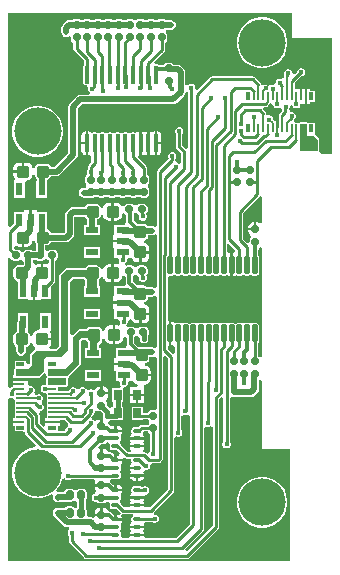
<source format=gbr>
G04*
G04 #@! TF.GenerationSoftware,Altium Limited,Altium Designer,24.9.1 (31)*
G04*
G04 Layer_Physical_Order=4*
G04 Layer_Color=16711680*
%FSLAX44Y44*%
%MOMM*%
G71*
G04*
G04 #@! TF.SameCoordinates,E7EBA232-3E41-4796-8E0E-ADA696DDDB0D*
G04*
G04*
G04 #@! TF.FilePolarity,Positive*
G04*
G01*
G75*
%ADD11C,0.2200*%
%ADD12C,0.5000*%
%ADD13C,4.0000*%
%ADD14C,0.4000*%
%ADD15C,0.3000*%
%ADD16C,0.4000*%
%ADD17R,0.2000X0.7000*%
%ADD18R,0.3500X0.7000*%
%ADD19R,0.7000X0.3500*%
%ADD20R,0.7000X0.2000*%
G04:AMPARAMS|DCode=21|XSize=0.65mm|YSize=0.6mm|CornerRadius=0.15mm|HoleSize=0mm|Usage=FLASHONLY|Rotation=270.000|XOffset=0mm|YOffset=0mm|HoleType=Round|Shape=RoundedRectangle|*
%AMROUNDEDRECTD21*
21,1,0.6500,0.3000,0,0,270.0*
21,1,0.3500,0.6000,0,0,270.0*
1,1,0.3000,-0.1500,-0.1750*
1,1,0.3000,-0.1500,0.1750*
1,1,0.3000,0.1500,0.1750*
1,1,0.3000,0.1500,-0.1750*
%
%ADD21ROUNDEDRECTD21*%
G04:AMPARAMS|DCode=22|XSize=0.8mm|YSize=0.6mm|CornerRadius=0.15mm|HoleSize=0mm|Usage=FLASHONLY|Rotation=90.000|XOffset=0mm|YOffset=0mm|HoleType=Round|Shape=RoundedRectangle|*
%AMROUNDEDRECTD22*
21,1,0.8000,0.3000,0,0,90.0*
21,1,0.5000,0.6000,0,0,90.0*
1,1,0.3000,0.1500,0.2500*
1,1,0.3000,0.1500,-0.2500*
1,1,0.3000,-0.1500,-0.2500*
1,1,0.3000,-0.1500,0.2500*
%
%ADD22ROUNDEDRECTD22*%
%ADD23R,0.6500X0.8500*%
%ADD24R,1.1000X0.6000*%
G04:AMPARAMS|DCode=25|XSize=0.65mm|YSize=0.6mm|CornerRadius=0.15mm|HoleSize=0mm|Usage=FLASHONLY|Rotation=180.000|XOffset=0mm|YOffset=0mm|HoleType=Round|Shape=RoundedRectangle|*
%AMROUNDEDRECTD25*
21,1,0.6500,0.3000,0,0,180.0*
21,1,0.3500,0.6000,0,0,180.0*
1,1,0.3000,-0.1750,0.1500*
1,1,0.3000,0.1750,0.1500*
1,1,0.3000,0.1750,-0.1500*
1,1,0.3000,-0.1750,-0.1500*
%
%ADD25ROUNDEDRECTD25*%
G04:AMPARAMS|DCode=26|XSize=1.1mm|YSize=1mm|CornerRadius=0.25mm|HoleSize=0mm|Usage=FLASHONLY|Rotation=180.000|XOffset=0mm|YOffset=0mm|HoleType=Round|Shape=RoundedRectangle|*
%AMROUNDEDRECTD26*
21,1,1.1000,0.5000,0,0,180.0*
21,1,0.6000,1.0000,0,0,180.0*
1,1,0.5000,-0.3000,0.2500*
1,1,0.5000,0.3000,0.2500*
1,1,0.5000,0.3000,-0.2500*
1,1,0.5000,-0.3000,-0.2500*
%
%ADD26ROUNDEDRECTD26*%
%ADD27R,0.6000X1.1000*%
G04:AMPARAMS|DCode=28|XSize=1.1mm|YSize=1mm|CornerRadius=0.25mm|HoleSize=0mm|Usage=FLASHONLY|Rotation=270.000|XOffset=0mm|YOffset=0mm|HoleType=Round|Shape=RoundedRectangle|*
%AMROUNDEDRECTD28*
21,1,1.1000,0.5000,0,0,270.0*
21,1,0.6000,1.0000,0,0,270.0*
1,1,0.5000,-0.2500,-0.3000*
1,1,0.5000,-0.2500,0.3000*
1,1,0.5000,0.2500,0.3000*
1,1,0.5000,0.2500,-0.3000*
%
%ADD28ROUNDEDRECTD28*%
G04:AMPARAMS|DCode=29|XSize=0.3mm|YSize=0.66mm|CornerRadius=0.075mm|HoleSize=0mm|Usage=FLASHONLY|Rotation=270.000|XOffset=0mm|YOffset=0mm|HoleType=Round|Shape=RoundedRectangle|*
%AMROUNDEDRECTD29*
21,1,0.3000,0.5100,0,0,270.0*
21,1,0.1500,0.6600,0,0,270.0*
1,1,0.1500,-0.2550,-0.0750*
1,1,0.1500,-0.2550,0.0750*
1,1,0.1500,0.2550,0.0750*
1,1,0.1500,0.2550,-0.0750*
%
%ADD29ROUNDEDRECTD29*%
G04:AMPARAMS|DCode=30|XSize=1.5mm|YSize=0.45mm|CornerRadius=0.1125mm|HoleSize=0mm|Usage=FLASHONLY|Rotation=90.000|XOffset=0mm|YOffset=0mm|HoleType=Round|Shape=RoundedRectangle|*
%AMROUNDEDRECTD30*
21,1,1.5000,0.2250,0,0,90.0*
21,1,1.2750,0.4500,0,0,90.0*
1,1,0.2250,0.1125,0.6375*
1,1,0.2250,0.1125,-0.6375*
1,1,0.2250,-0.1125,-0.6375*
1,1,0.2250,-0.1125,0.6375*
%
%ADD30ROUNDEDRECTD30*%
G04:AMPARAMS|DCode=31|XSize=1.5mm|YSize=0.4mm|CornerRadius=0.1mm|HoleSize=0mm|Usage=FLASHONLY|Rotation=90.000|XOffset=0mm|YOffset=0mm|HoleType=Round|Shape=RoundedRectangle|*
%AMROUNDEDRECTD31*
21,1,1.5000,0.2000,0,0,90.0*
21,1,1.3000,0.4000,0,0,90.0*
1,1,0.2000,0.1000,0.6500*
1,1,0.2000,0.1000,-0.6500*
1,1,0.2000,-0.1000,-0.6500*
1,1,0.2000,-0.1000,0.6500*
%
%ADD31ROUNDEDRECTD31*%
%ADD32C,0.2000*%
G36*
X240000Y443000D02*
X274000D01*
Y345000D01*
X264909D01*
X263624Y347000D01*
Y357000D01*
X263148Y358148D01*
X261305Y359991D01*
X260000Y361450D01*
Y371450D01*
X253419D01*
X253000Y371624D01*
X247000D01*
X246581Y371450D01*
X243195D01*
X242105Y373418D01*
X242288Y374338D01*
X242967Y375017D01*
X243500Y376304D01*
Y377696D01*
X242967Y378983D01*
X241983Y379967D01*
X240696Y380500D01*
X239304D01*
X238673Y380923D01*
X237967Y383017D01*
X238500Y384304D01*
Y385324D01*
X239453Y386486D01*
X239711Y386701D01*
X240500Y386304D01*
X241033Y385017D01*
X242017Y384033D01*
X243304Y383500D01*
X244696D01*
X245983Y384033D01*
X246967Y385017D01*
X247500Y386304D01*
Y387510D01*
X251000D01*
Y393550D01*
Y399590D01*
X249000D01*
Y393550D01*
X247000D01*
Y399590D01*
X244460D01*
Y399590D01*
X242549Y399805D01*
Y405032D01*
X248018Y410500D01*
X248696D01*
X249983Y411033D01*
X250967Y412017D01*
X251500Y413304D01*
Y414696D01*
X250967Y415983D01*
X249983Y416967D01*
X248696Y417500D01*
X247304D01*
X246017Y416967D01*
X245033Y415983D01*
X244500Y414696D01*
Y414481D01*
X242500Y412481D01*
X240500Y413309D01*
Y413696D01*
X239967Y414983D01*
X238983Y415967D01*
X237696Y416500D01*
X236304D01*
X235017Y415967D01*
X234033Y414983D01*
X233500Y413696D01*
Y412304D01*
X233504Y412294D01*
X233349Y411513D01*
X233451Y411000D01*
Y409327D01*
X232987Y408897D01*
X231451Y408187D01*
X230696Y408500D01*
X229304D01*
X228017Y407967D01*
X227033Y406983D01*
X226500Y405696D01*
Y404918D01*
X225169Y403711D01*
X224696Y403500D01*
X223304D01*
X222017Y402967D01*
X219803Y402802D01*
X219465Y403028D01*
X218975Y403355D01*
X218000Y403549D01*
X217025Y403355D01*
X216541Y403032D01*
X215127Y403450D01*
X214484Y403838D01*
X214449Y404015D01*
X213874Y404874D01*
X208874Y409874D01*
X208015Y410449D01*
X207000Y410651D01*
X207000Y410651D01*
X173000D01*
X173000Y410651D01*
X171985Y410449D01*
X171126Y409874D01*
X160035Y398784D01*
X158340Y399917D01*
X158500Y400304D01*
Y401696D01*
X157967Y402983D01*
X156983Y403967D01*
X155696Y404500D01*
X154304D01*
X153017Y403967D01*
X152078Y403028D01*
X151826Y403036D01*
X150078Y403490D01*
Y414321D01*
X149768Y415882D01*
X148884Y417205D01*
X148884Y417205D01*
X146705Y419384D01*
X145382Y420268D01*
X143821Y420578D01*
X143821Y420578D01*
X140054D01*
X139663Y421163D01*
X138671Y421826D01*
X137500Y422059D01*
X134500D01*
X133329Y421826D01*
X132337Y421163D01*
X131683Y420184D01*
X128132D01*
X128052Y420302D01*
X127225Y420855D01*
X126250Y421049D01*
X124626D01*
X124010Y421951D01*
X123735Y422986D01*
X131874Y431125D01*
X131875Y431125D01*
X132449Y431986D01*
X132651Y433000D01*
X132651Y433000D01*
Y439170D01*
X132670Y439174D01*
X133663Y439837D01*
X134326Y440829D01*
X134559Y442000D01*
Y445500D01*
X134326Y446670D01*
X133663Y447663D01*
X133325Y447889D01*
X133292Y447977D01*
X133882Y449922D01*
X138000D01*
X139561Y450232D01*
X140884Y451116D01*
X141768Y452439D01*
X142078Y454000D01*
X141768Y455561D01*
X140884Y456884D01*
X139561Y457768D01*
X138000Y458078D01*
X133719D01*
X133663Y458163D01*
X132670Y458826D01*
X131500Y459059D01*
X128500D01*
X127330Y458826D01*
X126585Y458328D01*
X124415D01*
X123671Y458826D01*
X122500Y459059D01*
X119500D01*
X118329Y458826D01*
X117585Y458328D01*
X115415D01*
X114670Y458826D01*
X113500Y459059D01*
X110500D01*
X109330Y458826D01*
X108337Y458163D01*
X106663Y458163D01*
X105670Y458826D01*
X104500Y459059D01*
X101500D01*
X100330Y458826D01*
X99585Y458328D01*
X97415D01*
X96671Y458826D01*
X95500Y459059D01*
X92500D01*
X91329Y458826D01*
X90585Y458328D01*
X88415D01*
X87670Y458826D01*
X86500Y459059D01*
X83500D01*
X82330Y458826D01*
X81585Y458328D01*
X79415D01*
X78671Y458826D01*
X77500Y459059D01*
X74500D01*
X73330Y458826D01*
X72585Y458328D01*
X70415D01*
X69671Y458826D01*
X68500Y459059D01*
X65500D01*
X64330Y458826D01*
X63585Y458328D01*
X61415D01*
X60670Y458826D01*
X59500Y459059D01*
X56500D01*
X55329Y458826D01*
X54585Y458328D01*
X51929D01*
X51929Y458328D01*
X50368Y458018D01*
X49045Y457134D01*
X49045Y457134D01*
X46116Y454205D01*
X45232Y452882D01*
X44922Y451321D01*
X44922Y451321D01*
Y448000D01*
X45232Y446439D01*
X46116Y445116D01*
X47439Y444232D01*
X49000Y443922D01*
X50561Y444232D01*
X51441Y444820D01*
X52985Y444281D01*
X53441Y443935D01*
Y442000D01*
X53674Y440829D01*
X54337Y439837D01*
X55329Y439174D01*
X55349Y439170D01*
Y434000D01*
X55349Y434000D01*
X55551Y432985D01*
X56125Y432126D01*
X64099Y424152D01*
Y420404D01*
X63948Y420302D01*
X63395Y419475D01*
X63201Y418500D01*
Y405500D01*
X63395Y404525D01*
X63948Y403698D01*
X64775Y403145D01*
X65750Y402951D01*
X66388D01*
X67606Y400951D01*
X67500Y400696D01*
Y399304D01*
X68033Y398017D01*
X68972Y397078D01*
X68964Y396826D01*
X68510Y395078D01*
X61000D01*
X61000Y395078D01*
X59439Y394768D01*
X58116Y393884D01*
X52116Y387884D01*
X51232Y386561D01*
X50922Y385000D01*
X50922Y385000D01*
Y345689D01*
X39311Y334078D01*
X36256D01*
X35384Y335384D01*
X34061Y336268D01*
X32500Y336578D01*
X26500D01*
X24939Y336268D01*
X23616Y335384D01*
X22732Y334061D01*
X22550Y333144D01*
X20511D01*
X20247Y334467D01*
X19134Y336134D01*
X17466Y337248D01*
X15500Y337639D01*
X13500D01*
Y330000D01*
X12500D01*
Y329000D01*
X4361D01*
Y327500D01*
X4752Y325533D01*
X5777Y324000D01*
X5622Y323302D01*
X5060Y322000D01*
X5000D01*
Y308000D01*
X14000D01*
X14000Y321280D01*
X15477Y322345D01*
X15824Y322426D01*
X17466Y322752D01*
X19134Y323866D01*
X20247Y325533D01*
X20511Y326856D01*
X22550D01*
X22732Y325939D01*
X23616Y324616D01*
X24422Y324078D01*
Y322000D01*
X24000D01*
Y308000D01*
X33000D01*
Y322000D01*
X33781Y323676D01*
X34061Y323732D01*
X35384Y324616D01*
X36256Y325922D01*
X41000D01*
X41000Y325922D01*
X42561Y326232D01*
X43884Y327116D01*
X57884Y341116D01*
X57884Y341116D01*
X58768Y342439D01*
X59078Y344000D01*
X59078Y344000D01*
Y383311D01*
X62689Y386922D01*
X140000D01*
X140000Y386922D01*
X141561Y387232D01*
X142884Y388116D01*
X148884Y394116D01*
X148884Y394116D01*
X149768Y395439D01*
X149952Y396363D01*
X151458Y397173D01*
X152078Y397251D01*
X152349Y397043D01*
Y350143D01*
X150349Y349400D01*
X147651Y352098D01*
Y361701D01*
X147967Y362017D01*
X148500Y363304D01*
Y364696D01*
X147967Y365983D01*
X146983Y366967D01*
X145696Y367500D01*
X144304D01*
X143017Y366967D01*
X142033Y365983D01*
X141500Y364696D01*
Y363304D01*
X142033Y362017D01*
X142349Y361701D01*
Y351000D01*
X142349Y351000D01*
X142551Y349986D01*
X143125Y349126D01*
X146349Y345902D01*
Y337429D01*
X144349Y336601D01*
X143983Y336967D01*
X142814Y337451D01*
X142623Y337581D01*
X142605Y337602D01*
X141513Y339500D01*
X141603Y339952D01*
Y340653D01*
X141967Y341017D01*
X142500Y342304D01*
Y343696D01*
X141967Y344983D01*
X140983Y345967D01*
X139696Y346500D01*
X138304D01*
X137017Y345967D01*
X136033Y344983D01*
X135500Y343696D01*
Y342304D01*
X136033Y341017D01*
X136151Y340900D01*
X127126Y331875D01*
X126551Y331015D01*
X126349Y330000D01*
X126349Y330000D01*
Y284127D01*
X126110Y283924D01*
X124349Y283241D01*
X123561Y283768D01*
X122000Y284078D01*
X117588D01*
X117384Y284384D01*
X116061Y285268D01*
X114500Y285578D01*
X109500D01*
X109289Y285536D01*
X106179Y288647D01*
Y294014D01*
X106663Y294337D01*
X106889Y294675D01*
X106988Y294711D01*
X109012D01*
X109111Y294675D01*
X109337Y294337D01*
X110329Y293674D01*
X110654Y293067D01*
X110500Y292696D01*
Y291304D01*
X111033Y290017D01*
X112017Y289033D01*
X113304Y288500D01*
X114696D01*
X115983Y289033D01*
X116967Y290017D01*
X117500Y291304D01*
Y292696D01*
X116967Y293983D01*
X116991Y294222D01*
X117163Y294337D01*
X117826Y295329D01*
X118059Y296500D01*
Y299500D01*
X117826Y300671D01*
X117163Y301663D01*
X116171Y302326D01*
X115000Y302559D01*
X111500D01*
X110330Y302326D01*
X109337Y301663D01*
X109111Y301325D01*
X109012Y301289D01*
X106988D01*
X106889Y301325D01*
X106663Y301663D01*
X105671Y302326D01*
X104500Y302559D01*
X101000D01*
X99830Y302326D01*
X98837Y301663D01*
X98230Y300754D01*
X96966Y300567D01*
X96129Y300643D01*
X95134Y302134D01*
X93467Y303248D01*
X91500Y303639D01*
X89500D01*
Y296000D01*
Y288361D01*
X91500D01*
X93467Y288752D01*
X95134Y289866D01*
X96248Y291534D01*
X96639Y293500D01*
Y294027D01*
X98455Y294578D01*
X100062Y293411D01*
Y287380D01*
X100062Y287380D01*
X100137Y287000D01*
X99046Y285264D01*
X98697Y285000D01*
X90000D01*
Y276540D01*
X88960D01*
Y272000D01*
X97000D01*
Y270000D01*
X88960D01*
Y265460D01*
X90000D01*
Y257000D01*
X91875D01*
X93500Y255696D01*
Y254304D01*
X93990Y253120D01*
X93752Y252626D01*
X92852Y251370D01*
X91500Y251639D01*
X89500D01*
Y244000D01*
Y236361D01*
X91500D01*
X93467Y236752D01*
X95134Y237866D01*
X96248Y239534D01*
X96570Y241153D01*
X97658Y241711D01*
X98639Y241914D01*
X99691Y241107D01*
Y235750D01*
X99691Y235750D01*
X99840Y235000D01*
X99074Y233585D01*
X98574Y233000D01*
X90000D01*
Y224540D01*
X88960D01*
Y220000D01*
X97000D01*
Y218000D01*
X88960D01*
Y213460D01*
X90000D01*
Y205000D01*
X92875D01*
X94500Y203696D01*
Y202304D01*
X94991Y201120D01*
X94753Y200626D01*
X93852Y199370D01*
X92500Y199639D01*
X90500D01*
Y192000D01*
Y184361D01*
X92500D01*
X94466Y184752D01*
X96134Y185866D01*
X97248Y187533D01*
X97570Y189153D01*
X98658Y189711D01*
X99639Y189914D01*
X100691Y189107D01*
Y183750D01*
X100691Y183750D01*
X100840Y183000D01*
X100074Y181585D01*
X99574Y181000D01*
X91000D01*
Y172540D01*
X89960D01*
Y168000D01*
X98000D01*
Y166000D01*
X89960D01*
Y161460D01*
X91000D01*
Y153000D01*
X92875D01*
X94500Y151696D01*
Y150304D01*
X95033Y149017D01*
X95550Y148500D01*
X94890Y146500D01*
X88000D01*
Y135000D01*
X89181D01*
Y131000D01*
X88000D01*
Y130287D01*
X86000Y129547D01*
X83559Y131988D01*
Y133500D01*
X83326Y134670D01*
X83032Y135111D01*
X82677Y135699D01*
X83398Y137577D01*
X83413Y137587D01*
X84306Y138924D01*
X84619Y140500D01*
Y141250D01*
X79000D01*
Y142250D01*
X78000D01*
Y148119D01*
X77500D01*
X75924Y147806D01*
X74587Y146913D01*
X73898Y145880D01*
X72930Y145419D01*
X71568Y145139D01*
X70696Y145500D01*
X69304D01*
X68334Y145098D01*
X67922Y145008D01*
X66037Y145815D01*
X65967Y145983D01*
X64983Y146967D01*
X63696Y147500D01*
X62304D01*
X61017Y146967D01*
X60033Y145983D01*
X57967D01*
X56983Y146967D01*
X55696Y147500D01*
X54304D01*
X53017Y146967D01*
X52033Y145983D01*
X51528Y144764D01*
X51313Y144549D01*
X42550D01*
Y147376D01*
X49000D01*
X50148Y147852D01*
X50624Y149000D01*
Y155000D01*
X50399Y155542D01*
X51148Y155852D01*
X61148Y165852D01*
X61624Y167000D01*
Y186327D01*
X62673Y187376D01*
X65902Y187376D01*
X66524Y186754D01*
X66616Y186616D01*
X66754Y186524D01*
X67376Y185902D01*
Y181000D01*
X65000D01*
Y172000D01*
X79000D01*
Y181000D01*
X76624D01*
Y183328D01*
X79148Y185852D01*
X79624Y187000D01*
Y187984D01*
X81624Y188181D01*
X81753Y187533D01*
X82866Y185866D01*
X84534Y184752D01*
X86500Y184361D01*
X88500D01*
Y192000D01*
Y199639D01*
X86500D01*
X84534Y199247D01*
X82866Y198134D01*
X81753Y196467D01*
X81514Y195266D01*
X80733Y195156D01*
X79487Y195329D01*
X79345Y195672D01*
X79268Y196061D01*
X78384Y197384D01*
X77061Y198268D01*
X75500Y198578D01*
X69500D01*
X67939Y198268D01*
X66616Y197384D01*
X66108Y196624D01*
X60000D01*
X58852Y196148D01*
X54624Y191920D01*
X52624Y192748D01*
X52624Y236327D01*
X55672Y239376D01*
X64328D01*
X65376Y238328D01*
Y233000D01*
X64000D01*
Y224000D01*
X78000D01*
Y233000D01*
X76624D01*
Y238108D01*
X77384Y238616D01*
X78268Y239939D01*
X78450Y240856D01*
X80489D01*
X80752Y239534D01*
X81866Y237866D01*
X83533Y236752D01*
X85500Y236361D01*
X87500D01*
Y244000D01*
Y251639D01*
X85500D01*
X83533Y251248D01*
X81866Y250134D01*
X80752Y248466D01*
X80489Y247144D01*
X78450D01*
X78268Y248061D01*
X77384Y249384D01*
X76061Y250268D01*
X74500Y250578D01*
X68500D01*
X66939Y250268D01*
X65616Y249384D01*
X65108Y248624D01*
X50000D01*
X48852Y248148D01*
X43852Y243148D01*
X43376Y242000D01*
Y182673D01*
X40328Y179624D01*
X35377D01*
X34770Y181624D01*
X35134Y181866D01*
X36248Y183533D01*
X36639Y185500D01*
Y187000D01*
X28500D01*
Y189000D01*
X36639D01*
Y190500D01*
X36248Y192467D01*
X35223Y194000D01*
X35378Y194698D01*
X35940Y196000D01*
X36000D01*
Y210000D01*
X27000D01*
X27000Y196720D01*
X25523Y195655D01*
X25176Y195574D01*
X23533Y195247D01*
X21866Y194134D01*
X20752Y192467D01*
X20489Y191144D01*
X18450D01*
X18268Y192061D01*
X17384Y193384D01*
X16462Y194000D01*
X16782Y196000D01*
X17000D01*
Y210000D01*
X8000D01*
Y202894D01*
X7922Y202500D01*
X7922Y202500D01*
Y194463D01*
X6939Y194268D01*
X5616Y193384D01*
X4732Y192061D01*
X4422Y190500D01*
Y185500D01*
X4732Y183939D01*
X5616Y182616D01*
X6922Y181744D01*
Y178000D01*
X7232Y176439D01*
X8116Y175116D01*
X9439Y174232D01*
X11000Y173922D01*
X12561Y174232D01*
X13884Y175116D01*
X14768Y176439D01*
X15078Y178000D01*
Y181537D01*
X16061Y181732D01*
X17384Y182616D01*
X18268Y183939D01*
X18450Y184856D01*
X20489D01*
X20752Y183533D01*
X21866Y181866D01*
X22755Y181273D01*
X22831Y179595D01*
X22732Y179028D01*
X18852Y175148D01*
X18376Y174000D01*
Y167433D01*
X17450Y166726D01*
X15450Y167716D01*
Y170000D01*
X5450D01*
Y163178D01*
X5376Y163000D01*
Y157540D01*
X4410D01*
Y155000D01*
X10450D01*
X16490D01*
Y155376D01*
X26000D01*
X27148Y155852D01*
X30376Y159080D01*
X32376Y158252D01*
Y157000D01*
X32550Y156581D01*
Y155419D01*
X32376Y155000D01*
Y149955D01*
X31696Y149500D01*
X30304D01*
X29017Y148967D01*
X28033Y147983D01*
X27500Y146696D01*
Y145304D01*
X28033Y144017D01*
X29017Y143033D01*
X30304Y142500D01*
X31696D01*
X32550Y141930D01*
Y131500D01*
Y121540D01*
X31510D01*
Y119000D01*
X37550D01*
X43590D01*
Y119451D01*
X48019D01*
X51068Y116402D01*
X51098Y116155D01*
X50977Y115170D01*
X50608Y114212D01*
X50017Y113967D01*
X49033Y112983D01*
X48500Y111696D01*
Y111249D01*
X47902Y110651D01*
X42550D01*
Y114460D01*
X43590D01*
Y117000D01*
X37550D01*
X31510D01*
Y115067D01*
X29666Y114083D01*
X26651Y117098D01*
Y124000D01*
X26651Y124000D01*
X26449Y125014D01*
X26756Y126046D01*
X27392Y127000D01*
X28679Y127533D01*
X29663Y128517D01*
X30196Y129804D01*
Y131196D01*
X29663Y132483D01*
X28829Y133317D01*
X28671Y133628D01*
X28575Y135675D01*
X28934Y136035D01*
X29467Y137321D01*
Y138714D01*
X28934Y140000D01*
X27950Y140985D01*
X26663Y141517D01*
X25271D01*
X24099Y141032D01*
X23881Y141006D01*
X22975Y141197D01*
X22562Y141943D01*
X22099Y143337D01*
X22500Y144304D01*
Y145696D01*
X21967Y146983D01*
X20983Y147967D01*
X19696Y148500D01*
X18304D01*
X16490Y149914D01*
Y153000D01*
X10450D01*
X4410D01*
Y151000D01*
X10450D01*
Y149000D01*
X4410D01*
Y148528D01*
X4013Y148449D01*
X3153Y147874D01*
X2000Y146721D01*
X1225Y146823D01*
X0Y147420D01*
Y257007D01*
X2000Y257204D01*
X2174Y256329D01*
X2837Y255337D01*
X3829Y254674D01*
X5000Y254441D01*
X8500D01*
X9671Y254674D01*
X10663Y255337D01*
X12483Y254461D01*
X13172Y253777D01*
Y250939D01*
X12811Y250578D01*
X8500D01*
X6939Y250268D01*
X5616Y249384D01*
X4732Y248061D01*
X4422Y246500D01*
Y241500D01*
X4732Y239939D01*
X5616Y238616D01*
X6939Y237732D01*
X7219Y237677D01*
X8000Y236000D01*
Y222000D01*
X16460D01*
Y220960D01*
X21000D01*
Y229000D01*
X23000D01*
Y220960D01*
X27540D01*
Y222000D01*
X36000D01*
Y232251D01*
X39124Y235375D01*
X39125Y235376D01*
X39699Y236236D01*
X39901Y237250D01*
X39901Y237250D01*
Y254620D01*
X40170Y254674D01*
X41163Y255337D01*
X41826Y256329D01*
X42059Y257500D01*
Y260500D01*
X41826Y261670D01*
X41163Y262663D01*
X40170Y263326D01*
X39000Y263559D01*
X35500D01*
X34329Y263326D01*
X33578Y262824D01*
X32543Y263100D01*
X31578Y263631D01*
Y267422D01*
X32500D01*
X34061Y267732D01*
X35384Y268616D01*
X36256Y269922D01*
X49071D01*
X49071Y269922D01*
X50632Y270232D01*
X51955Y271116D01*
X54884Y274045D01*
X54884Y274045D01*
X55768Y275368D01*
X56078Y276929D01*
Y291382D01*
X56618Y291922D01*
X64744D01*
X65616Y290616D01*
X66939Y289732D01*
X67172Y289686D01*
Y285000D01*
X64000D01*
Y276000D01*
X78000D01*
Y285000D01*
X75328D01*
Y289586D01*
X76061Y289732D01*
X77384Y290616D01*
X78268Y291939D01*
X78450Y292856D01*
X80489D01*
X80752Y291534D01*
X81866Y289866D01*
X83533Y288752D01*
X85500Y288361D01*
X87500D01*
Y296000D01*
Y303639D01*
X85500D01*
X83533Y303248D01*
X81866Y302134D01*
X80752Y300466D01*
X80489Y299144D01*
X78450D01*
X78268Y300061D01*
X77384Y301384D01*
X76061Y302268D01*
X74500Y302578D01*
X68500D01*
X66939Y302268D01*
X65616Y301384D01*
X64744Y300078D01*
X54929D01*
X53368Y299768D01*
X52045Y298884D01*
X52045Y298884D01*
X49116Y295955D01*
X48232Y294632D01*
X47922Y293071D01*
X47922Y293071D01*
Y278618D01*
X47382Y278078D01*
X36256D01*
X35384Y279384D01*
X34061Y280268D01*
X33781Y280324D01*
X33000Y282000D01*
Y296000D01*
X24540D01*
Y297040D01*
X20000D01*
Y289000D01*
X18000D01*
Y297040D01*
X13460D01*
Y296000D01*
X5000D01*
Y285749D01*
X2000Y282749D01*
X0Y283577D01*
Y464000D01*
X240000D01*
Y443000D01*
D02*
G37*
G36*
X224500Y386492D02*
Y386304D01*
X225033Y385017D01*
X226017Y384033D01*
X227304Y383500D01*
X228696D01*
X229667Y383902D01*
X230078Y383992D01*
X231963Y383185D01*
X232005Y383085D01*
Y381267D01*
X230126Y379387D01*
X229551Y378527D01*
X229349Y377513D01*
X229451Y377000D01*
Y372490D01*
X229000D01*
Y366450D01*
X227000D01*
Y372490D01*
X225862D01*
X225802Y372579D01*
X224500Y373882D01*
Y374696D01*
X223967Y375983D01*
X222983Y376967D01*
X221696Y377500D01*
X220304D01*
X219589Y377902D01*
X218647Y378978D01*
X218651Y379000D01*
X218449Y380014D01*
X217875Y380874D01*
X215950Y382799D01*
X216778Y384799D01*
X218227D01*
X219241Y385001D01*
X220101Y385575D01*
X220392Y386010D01*
X221802Y387421D01*
X222163Y387960D01*
X222625Y387997D01*
X224500Y386492D01*
D02*
G37*
G36*
X253000Y360000D02*
X259000D01*
X262000Y357000D01*
Y347000D01*
X247000D01*
Y370000D01*
X253000D01*
Y360000D01*
D02*
G37*
G36*
X215000Y308707D02*
Y287074D01*
X214464Y286682D01*
X213000Y286188D01*
X212076Y286806D01*
X210500Y287119D01*
X210000D01*
Y281250D01*
X209000D01*
Y280250D01*
X203381D01*
Y279500D01*
X203694Y277924D01*
X204587Y276587D01*
X204602Y276577D01*
X205323Y274699D01*
X204968Y274111D01*
X204674Y273671D01*
X204441Y272500D01*
Y270136D01*
X202441Y269308D01*
X198651Y273098D01*
Y294902D01*
X212874Y309125D01*
X212875Y309125D01*
X213000Y309313D01*
X215000Y308707D01*
D02*
G37*
G36*
X13500Y266361D02*
X15500D01*
X17466Y266752D01*
X19134Y267866D01*
X20247Y269534D01*
X20511Y270856D01*
X22550D01*
X22732Y269939D01*
X23422Y268907D01*
Y263078D01*
X20541D01*
X20171Y263326D01*
X19000Y263559D01*
X15500D01*
X14329Y263326D01*
X13337Y262663D01*
X13111Y262325D01*
X13012Y262288D01*
X10987D01*
X10889Y262325D01*
X10663Y262663D01*
X9671Y263326D01*
X8500Y263559D01*
X6516D01*
X5007Y265186D01*
X5122Y266304D01*
X6915Y267166D01*
X7534Y266752D01*
X9500Y266361D01*
X11500D01*
Y274000D01*
X13500D01*
Y266361D01*
D02*
G37*
G36*
X33111Y255675D02*
X33337Y255337D01*
X34329Y254674D01*
X34599Y254620D01*
Y252713D01*
X32599Y251420D01*
X31500Y251639D01*
X29500D01*
Y244000D01*
X27500D01*
Y251639D01*
X25500D01*
X23533Y251248D01*
X23328Y251110D01*
X21328Y252180D01*
Y254922D01*
X23459D01*
X23829Y254674D01*
X25000Y254441D01*
X28500D01*
X29671Y254674D01*
X30663Y255337D01*
X30889Y255675D01*
X30988Y255711D01*
X33012D01*
X33111Y255675D01*
D02*
G37*
G36*
X126110Y276076D02*
X126349Y275873D01*
Y261612D01*
X126251Y261465D01*
X126049Y260450D01*
X126049Y260450D01*
Y232466D01*
X124049Y231442D01*
X123561Y231768D01*
X122000Y232078D01*
X117588D01*
X117384Y232384D01*
X116061Y233268D01*
X114500Y233578D01*
X109500D01*
X109289Y233536D01*
X105809Y237017D01*
Y241766D01*
X106663Y242337D01*
X106889Y242675D01*
X106988Y242712D01*
X109012D01*
X109111Y242675D01*
X109337Y242337D01*
X110329Y241674D01*
X110654Y241067D01*
X110500Y240696D01*
Y239304D01*
X111033Y238017D01*
X112017Y237033D01*
X113304Y236500D01*
X114696D01*
X115983Y237033D01*
X116967Y238017D01*
X117500Y239304D01*
Y240696D01*
X116967Y241983D01*
X116991Y242222D01*
X117163Y242337D01*
X117826Y243330D01*
X118059Y244500D01*
Y247500D01*
X117826Y248671D01*
X117163Y249663D01*
X116171Y250326D01*
X115000Y250559D01*
X111500D01*
X110330Y250326D01*
X109337Y249663D01*
X109111Y249325D01*
X109012Y249289D01*
X106988D01*
X106889Y249325D01*
X106663Y249663D01*
X105671Y250326D01*
X104500Y250559D01*
X101000D01*
X99830Y250326D01*
X98983Y252033D01*
X99967Y253017D01*
X100500Y254304D01*
Y255696D01*
X102125Y257000D01*
X104000D01*
X105392Y255576D01*
X105866Y254866D01*
X107534Y253752D01*
X109500Y253361D01*
X111000D01*
Y261500D01*
X112000D01*
Y262500D01*
X119639D01*
Y264500D01*
X119248Y266467D01*
X118134Y268134D01*
X116467Y269247D01*
X115144Y269511D01*
Y271550D01*
X116061Y271732D01*
X117384Y272616D01*
X118268Y273939D01*
X118578Y275500D01*
Y275922D01*
X122000D01*
X123561Y276232D01*
X124349Y276759D01*
X126110Y276076D01*
D02*
G37*
G36*
X192441Y263810D02*
X192225Y262437D01*
X190375Y261112D01*
X190250D01*
Y251000D01*
Y240888D01*
X190375D01*
X191805Y241173D01*
X193017Y241983D01*
X193276Y242369D01*
X193601Y242152D01*
X194625Y241949D01*
X196875D01*
X197899Y242152D01*
X199000Y242631D01*
X200101Y242152D01*
X201125Y241949D01*
X203375D01*
X204399Y242152D01*
X205500Y242631D01*
X206601Y242152D01*
X207625Y241949D01*
X209875D01*
X210899Y242152D01*
X211768Y242733D01*
X212348Y243601D01*
X212551Y244625D01*
Y257375D01*
X212348Y258399D01*
X211934Y259019D01*
Y262984D01*
X211967Y263017D01*
X212500Y264304D01*
Y265405D01*
X213000Y265991D01*
X214275Y265696D01*
X215000Y265164D01*
Y173226D01*
X213000Y172658D01*
X212663Y173163D01*
X211670Y173826D01*
X211526Y173855D01*
Y184571D01*
X211768Y184732D01*
X212348Y185601D01*
X212551Y186625D01*
Y199375D01*
X212348Y200399D01*
X211768Y201268D01*
X210899Y201848D01*
X209875Y202051D01*
X207625D01*
X206601Y201848D01*
X205500Y201369D01*
X204399Y201848D01*
X203375Y202051D01*
X201125D01*
X200101Y201848D01*
X199000Y201369D01*
X197899Y201848D01*
X196875Y202051D01*
X194625D01*
X193601Y201848D01*
X192733Y201268D01*
X192267D01*
X191399Y201848D01*
X190375Y202051D01*
X188125D01*
X187101Y201848D01*
X186000Y201369D01*
X184899Y201848D01*
X183875Y202051D01*
X181625D01*
X180601Y201848D01*
X179500Y201369D01*
X178399Y201848D01*
X177375Y202051D01*
X175125D01*
X174101Y201848D01*
X173000Y201369D01*
X171899Y201848D01*
X170875Y202051D01*
X168625D01*
X167601Y201848D01*
X166500Y201369D01*
X165399Y201848D01*
X164375Y202051D01*
X162125D01*
X161101Y201848D01*
X160000Y201369D01*
X158899Y201848D01*
X157875Y202051D01*
X155625D01*
X154601Y201848D01*
X153733Y201268D01*
X153267D01*
X152399Y201848D01*
X151375Y202051D01*
X149125D01*
X148101Y201848D01*
X147000Y201369D01*
X145899Y201848D01*
X144875Y202051D01*
X142625D01*
X141601Y201848D01*
X141276Y201630D01*
X141017Y202017D01*
X139805Y202827D01*
X138375Y203112D01*
X138250D01*
Y193000D01*
Y182888D01*
X138375D01*
X139099Y183032D01*
X140785Y182006D01*
X141099Y181632D01*
Y176478D01*
X139099Y175650D01*
X135051Y179698D01*
Y182007D01*
X136125Y182888D01*
X136250D01*
Y193000D01*
Y203112D01*
X136125D01*
X135051Y203993D01*
Y240123D01*
X136125Y241949D01*
X138375D01*
X139399Y242152D01*
X140267Y242733D01*
X140732D01*
X141601Y242152D01*
X142625Y241949D01*
X144875D01*
X145899Y242152D01*
X147000Y242631D01*
X148101Y242152D01*
X149125Y241949D01*
X151375D01*
X152399Y242152D01*
X153267Y242733D01*
X153733D01*
X154601Y242152D01*
X155625Y241949D01*
X157875D01*
X158899Y242152D01*
X160000Y242631D01*
X161101Y242152D01*
X162125Y241949D01*
X164375D01*
X165399Y242152D01*
X166268Y242733D01*
X166733D01*
X167601Y242152D01*
X168625Y241949D01*
X170875D01*
X171899Y242152D01*
X173000Y242631D01*
X174101Y242152D01*
X175125Y241949D01*
X177375D01*
X178399Y242152D01*
X179268Y242733D01*
X179732D01*
X180601Y242152D01*
X181625Y241949D01*
X183875D01*
X184899Y242152D01*
X185224Y242369D01*
X185483Y241983D01*
X186695Y241173D01*
X188125Y240888D01*
X188250D01*
Y251000D01*
Y261112D01*
X188125D01*
X187401Y260968D01*
X185716Y261994D01*
X185401Y262368D01*
Y268237D01*
X187249Y269002D01*
X192441Y263810D01*
D02*
G37*
G36*
X75000Y246000D02*
Y227000D01*
X67000D01*
Y239000D01*
X65000Y241000D01*
X55000D01*
X51000Y237000D01*
X51000Y179000D01*
X45000Y173000D01*
X32000D01*
X30000Y171000D01*
Y161000D01*
X26000Y157000D01*
X7000D01*
Y163000D01*
X17000D01*
X20000Y166000D01*
Y174000D01*
X24000Y178000D01*
X41000D01*
X45000Y182000D01*
Y242000D01*
X50000Y247000D01*
X74000D01*
X75000Y246000D01*
D02*
G37*
G36*
X126049Y223534D02*
Y181466D01*
X124049Y180442D01*
X123561Y180768D01*
X122000Y181078D01*
X117344D01*
X117061Y181268D01*
X115500Y181578D01*
X110500D01*
X110289Y181536D01*
X106809Y185017D01*
Y189766D01*
X107663Y190337D01*
X107889Y190675D01*
X107988Y190711D01*
X109869D01*
X111431Y189309D01*
Y188000D01*
X111500Y187655D01*
Y187304D01*
X111635Y186979D01*
X111703Y186634D01*
X111898Y186342D01*
X112033Y186017D01*
X112281Y185769D01*
X112477Y185477D01*
X112769Y185281D01*
X113017Y185033D01*
X113342Y184898D01*
X113634Y184703D01*
X113979Y184634D01*
X114304Y184500D01*
X114655D01*
X115000Y184431D01*
X115345Y184500D01*
X115696D01*
X116021Y184634D01*
X116366Y184703D01*
X116658Y184898D01*
X116983Y185033D01*
X117231Y185281D01*
X117523Y185477D01*
X117719Y185769D01*
X117967Y186017D01*
X118102Y186342D01*
X118297Y186634D01*
X118365Y186979D01*
X118500Y187304D01*
Y187655D01*
X118569Y188000D01*
Y190944D01*
X118826Y191329D01*
X119059Y192500D01*
Y195500D01*
X118826Y196670D01*
X118163Y197663D01*
X117171Y198326D01*
X116000Y198559D01*
X112500D01*
X111329Y198326D01*
X110337Y197663D01*
X110111Y197325D01*
X110013Y197288D01*
X107988D01*
X107889Y197325D01*
X107663Y197663D01*
X106671Y198326D01*
X105500Y198559D01*
X102000D01*
X100829Y198326D01*
X99983Y200033D01*
X100967Y201017D01*
X101500Y202304D01*
Y203696D01*
X103125Y205000D01*
X104000D01*
X105392Y203577D01*
X105866Y202866D01*
X107534Y201752D01*
X109500Y201361D01*
X111000D01*
Y209500D01*
X112000D01*
Y210500D01*
X119639D01*
Y212500D01*
X119248Y214466D01*
X118134Y216134D01*
X116467Y217248D01*
X115144Y217511D01*
Y219550D01*
X116061Y219732D01*
X117384Y220616D01*
X118268Y221939D01*
X118578Y223500D01*
Y223922D01*
X122000D01*
X123561Y224232D01*
X124049Y224558D01*
X126049Y223534D01*
D02*
G37*
G36*
X78000Y187000D02*
X75000Y184000D01*
Y174000D01*
X69000D01*
Y187414D01*
X69000Y188000D01*
X68000Y189000D01*
X67414Y189000D01*
X62000Y189000D01*
X60000Y187000D01*
Y167000D01*
X50000Y157000D01*
X34000D01*
Y163000D01*
X48000D01*
X55000Y170000D01*
Y190000D01*
X60000Y195000D01*
X78000D01*
Y187000D01*
D02*
G37*
G36*
X49000Y149000D02*
X34000D01*
Y155000D01*
X49000D01*
Y149000D01*
D02*
G37*
G36*
X126049Y172534D02*
Y129790D01*
X124500Y128059D01*
X121500D01*
X120330Y127826D01*
X119337Y127163D01*
X118674Y126171D01*
X118620Y125901D01*
X114000D01*
Y131000D01*
X104500D01*
Y119500D01*
X114000D01*
Y120599D01*
X118620D01*
X118674Y120330D01*
X119337Y119337D01*
X119675Y119111D01*
X119712Y119012D01*
Y116987D01*
X119675Y116889D01*
X119337Y116663D01*
X118674Y115670D01*
X118614Y115367D01*
X112689D01*
X111674Y115166D01*
X110814Y114591D01*
X110814Y114591D01*
X109767Y113544D01*
X106650D01*
X105772Y113370D01*
X105028Y112872D01*
X104531Y112128D01*
X104356Y111250D01*
Y109750D01*
X104531Y108872D01*
X104278Y107122D01*
X103551Y106034D01*
X103345Y105000D01*
X109200D01*
X115055D01*
X114849Y106034D01*
X114122Y107122D01*
X113982Y108091D01*
X115310Y110065D01*
X118627D01*
X118674Y109829D01*
X119337Y108837D01*
X120330Y108174D01*
X120349Y108170D01*
Y93299D01*
X120033Y92983D01*
X119612Y91966D01*
X118499Y91473D01*
X117500Y91249D01*
X117275Y91475D01*
X116414Y92049D01*
X115400Y92251D01*
X115400Y92251D01*
X114538D01*
X113932Y94251D01*
X114122Y94378D01*
X114849Y95466D01*
X115055Y96500D01*
X109200D01*
X103345D01*
X103551Y95466D01*
X104278Y94378D01*
X104468Y94251D01*
X103862Y92251D01*
X101598D01*
X95644Y98205D01*
Y98250D01*
X95469Y99128D01*
X95188Y99550D01*
X94972Y99905D01*
Y101595D01*
X95188Y101950D01*
X95469Y102372D01*
X95644Y103250D01*
Y104750D01*
X95469Y105628D01*
X95722Y107378D01*
X96449Y108466D01*
X96655Y109500D01*
X90800D01*
Y110500D01*
X89800D01*
Y114605D01*
X88250D01*
X86975Y114351D01*
X85906Y115420D01*
X84913Y116083D01*
X84634Y117778D01*
X85898Y119431D01*
X91500D01*
X91845Y119500D01*
X97500D01*
Y131000D01*
X96319D01*
Y135000D01*
X97500D01*
Y146500D01*
X99029Y147638D01*
X99983Y148033D01*
X100967Y149017D01*
X101500Y150304D01*
Y151696D01*
X103125Y153000D01*
X105000D01*
X106392Y151576D01*
X106866Y150866D01*
X108533Y149752D01*
X109601Y149540D01*
X109404Y147540D01*
X103460D01*
Y141750D01*
X115040D01*
Y147361D01*
X115040Y147540D01*
X115472Y149361D01*
X115500D01*
X117466Y149752D01*
X119134Y150866D01*
X120248Y152534D01*
X120639Y154500D01*
Y156500D01*
X113000D01*
Y158500D01*
X120639D01*
Y160500D01*
X120248Y162467D01*
X119134Y164134D01*
X117466Y165247D01*
X116144Y165511D01*
Y167550D01*
X117061Y167732D01*
X118384Y168616D01*
X119268Y169939D01*
X119578Y171500D01*
Y172922D01*
X122000D01*
X123561Y173232D01*
X124049Y173558D01*
X126049Y172534D01*
D02*
G37*
G36*
X215000Y152740D02*
Y95000D01*
X239000D01*
Y0D01*
X0D01*
Y137380D01*
X329Y137727D01*
X2000Y138551D01*
X2648Y138283D01*
X4041D01*
X5450Y136702D01*
Y131500D01*
Y121540D01*
X4410D01*
Y119000D01*
X10450D01*
Y117000D01*
X4410D01*
Y114460D01*
X5450D01*
Y110000D01*
X12044D01*
X13899Y109450D01*
X14101Y108436D01*
X14675Y107576D01*
X23903Y98348D01*
X23138Y96500D01*
X22882D01*
X18729Y95674D01*
X14816Y94053D01*
X11295Y91700D01*
X8300Y88705D01*
X5947Y85184D01*
X4326Y81271D01*
X3500Y77118D01*
Y72882D01*
X4326Y68729D01*
X5947Y64816D01*
X8300Y61295D01*
X11295Y58300D01*
X14816Y55947D01*
X18729Y54326D01*
X22882Y53500D01*
X27118D01*
X31271Y54326D01*
X35184Y55947D01*
X36811Y57034D01*
X38253Y55592D01*
X38232Y55561D01*
X37922Y54000D01*
X38232Y52439D01*
X39116Y51116D01*
X40439Y50232D01*
X42000Y49922D01*
X43561Y50232D01*
X43844Y50422D01*
X51500D01*
X51500Y50422D01*
X51599Y50441D01*
X53500D01*
X54671Y50674D01*
X55663Y51337D01*
X57586Y50734D01*
X58431Y49885D01*
Y45726D01*
X58337Y45663D01*
X58111Y45325D01*
X58012Y45289D01*
X55988D01*
X55889Y45325D01*
X55663Y45663D01*
X54671Y46326D01*
X53500Y46559D01*
X50500D01*
X49330Y46326D01*
X48337Y45663D01*
X47947Y45078D01*
X42000D01*
X42000Y45078D01*
X40439Y44768D01*
X39116Y43884D01*
X38232Y42561D01*
X37922Y41000D01*
X38232Y39439D01*
X39116Y38116D01*
X47116Y30116D01*
X48439Y29232D01*
X50000Y28922D01*
X51510D01*
X51964Y27174D01*
X51972Y26922D01*
X51033Y25983D01*
X50500Y24696D01*
Y23304D01*
X51033Y22017D01*
X51349Y21701D01*
Y17000D01*
X51349Y17000D01*
X51551Y15986D01*
X52126Y15125D01*
X64426Y2826D01*
X64426Y2826D01*
X65286Y2251D01*
X66300Y2049D01*
X66300Y2049D01*
X151700D01*
X151700Y2049D01*
X152715Y2251D01*
X153574Y2826D01*
X177874Y27125D01*
X177875Y27125D01*
X178449Y27985D01*
X178651Y29000D01*
Y137397D01*
X180501Y139247D01*
X182349Y138482D01*
Y101299D01*
X182033Y100983D01*
X181500Y99696D01*
Y98304D01*
X182033Y97017D01*
X183017Y96033D01*
X184304Y95500D01*
X185696D01*
X186983Y96033D01*
X187967Y97017D01*
X188500Y98304D01*
Y99696D01*
X187967Y100983D01*
X187651Y101299D01*
Y138022D01*
X189246Y139101D01*
X189651Y139190D01*
X191000Y138922D01*
X205571D01*
X205571Y138922D01*
X207132Y139232D01*
X208455Y140116D01*
X211384Y143045D01*
X211384Y143045D01*
X212268Y144368D01*
X212578Y145929D01*
Y153382D01*
X213000Y153713D01*
X215000Y152740D01*
D02*
G37*
G36*
X154099Y123321D02*
Y31848D01*
X141902Y19651D01*
X116527D01*
X115194Y21500D01*
X109200D01*
X103206D01*
X101874Y19651D01*
X97059D01*
X96706Y19922D01*
X95624Y21651D01*
X95644Y21750D01*
Y23250D01*
X95469Y24128D01*
X95188Y24550D01*
X94972Y24905D01*
Y26595D01*
X95188Y26950D01*
X95469Y27372D01*
X95644Y28250D01*
Y29750D01*
X95469Y30628D01*
X95722Y32378D01*
X96449Y33466D01*
X96655Y34500D01*
X90800D01*
Y35500D01*
X89800D01*
Y39604D01*
X89221D01*
X87413Y41413D01*
X86420Y42076D01*
X85250Y42309D01*
X84306Y42576D01*
X83413Y43913D01*
X82076Y44806D01*
X80500Y45119D01*
X80000D01*
Y39250D01*
X79000D01*
Y38250D01*
X73381D01*
Y37957D01*
X72202Y37026D01*
X71561Y36768D01*
X70000Y37078D01*
X70000Y37078D01*
X68315D01*
X66559Y38500D01*
Y43500D01*
X66326Y44671D01*
X65663Y45663D01*
X65569Y45726D01*
Y51274D01*
X65663Y51337D01*
X66326Y52330D01*
X66559Y53500D01*
Y58500D01*
X66326Y59671D01*
X65663Y60663D01*
X64671Y61326D01*
X63500Y61559D01*
X60500D01*
X59329Y61326D01*
X58337Y60663D01*
X58111Y60325D01*
X58012Y60289D01*
X55988D01*
X55889Y60325D01*
X55663Y60663D01*
X54671Y61326D01*
X53500Y61559D01*
X50500D01*
X49330Y61326D01*
X48337Y60663D01*
X47674Y59671D01*
X47457Y58578D01*
X42500D01*
X41642Y58408D01*
X40656Y60251D01*
X41700Y61295D01*
X44053Y64816D01*
X45674Y68729D01*
X45910Y69916D01*
X47990Y70121D01*
X48033Y70017D01*
X49017Y69033D01*
X50304Y68500D01*
X51696D01*
X52983Y69033D01*
X53549Y69599D01*
X72641D01*
X73710Y67599D01*
X73694Y67576D01*
X73381Y66000D01*
Y65250D01*
X79000D01*
Y63250D01*
X73381D01*
Y62500D01*
X73694Y60924D01*
X74587Y59587D01*
X74602Y59577D01*
X74752Y59187D01*
X73740Y57375D01*
X73429D01*
X72142Y56842D01*
X71158Y55858D01*
X70625Y54571D01*
Y53179D01*
X71158Y51892D01*
X72142Y50908D01*
X73429Y50375D01*
X74821D01*
X74944Y50426D01*
X75337Y49837D01*
X76329Y49174D01*
X77500Y48941D01*
X80500D01*
X81671Y49174D01*
X82663Y49837D01*
X83132Y50540D01*
X84531Y50579D01*
X85277Y50424D01*
X86042Y49262D01*
X86093Y48941D01*
X85956Y48250D01*
Y46750D01*
X86131Y45872D01*
X86628Y45128D01*
X87372Y44631D01*
X88250Y44456D01*
X91895D01*
X95225Y41126D01*
X95225Y41125D01*
X94136Y39448D01*
X93350Y39604D01*
X91800D01*
Y36500D01*
X96655D01*
X96449Y37534D01*
X95751Y38578D01*
X95798Y38783D01*
X96583Y40452D01*
X97100Y40349D01*
X97100Y40349D01*
X105473D01*
X105772Y38370D01*
X105028Y37872D01*
X104531Y37128D01*
X104356Y36250D01*
Y34750D01*
X104531Y33872D01*
X104278Y32122D01*
X103551Y31034D01*
X103345Y30000D01*
X109200D01*
X115055D01*
X114849Y31034D01*
X114805Y31099D01*
X115875Y33099D01*
X121951D01*
X122017Y33033D01*
X123304Y32500D01*
X124696D01*
X125983Y33033D01*
X126967Y34017D01*
X127500Y35304D01*
Y36696D01*
X126967Y37983D01*
X125983Y38967D01*
X124696Y39500D01*
X124011D01*
X123614Y40067D01*
X123210Y41461D01*
X139874Y58125D01*
X139874Y58126D01*
X140449Y58986D01*
X140651Y60000D01*
Y104599D01*
X140987Y104952D01*
X142651Y105771D01*
X143304Y105500D01*
X144696D01*
X145983Y106033D01*
X146967Y107017D01*
X147500Y108304D01*
Y109696D01*
X146967Y110983D01*
X146401Y111549D01*
Y122821D01*
X147052Y123309D01*
X148401Y123874D01*
X149304Y123500D01*
X150696D01*
X151983Y124033D01*
X152099Y124149D01*
X154099Y123321D01*
D02*
G37*
G36*
X76329Y127174D02*
X77500Y126941D01*
X78512D01*
X80431Y125022D01*
Y123000D01*
X80500Y122655D01*
Y122304D01*
X80634Y121979D01*
X80000Y120945D01*
Y114250D01*
X78000D01*
Y120119D01*
X77500D01*
X75924Y119806D01*
X75037Y119213D01*
X73892Y119086D01*
X72524Y119425D01*
X71983Y119967D01*
X71130Y120320D01*
X70561Y121762D01*
X70482Y122500D01*
X70980Y122998D01*
X70980Y122998D01*
X71545Y123844D01*
X71988Y124028D01*
X72972Y125012D01*
X73505Y126299D01*
Y126979D01*
X74730Y127553D01*
X75486Y127738D01*
X76329Y127174D01*
D02*
G37*
G36*
X173349Y113571D02*
Y30098D01*
X151569Y8318D01*
X150925Y8348D01*
X150186Y10253D01*
X150230Y10481D01*
X165124Y25375D01*
X165699Y26235D01*
X165901Y27250D01*
X165901Y27250D01*
Y112495D01*
X165951Y112565D01*
X167901Y113667D01*
X168304Y113500D01*
X169696D01*
X170983Y114033D01*
X171349Y114399D01*
X173349Y113571D01*
D02*
G37*
G36*
X135349Y171902D02*
Y61098D01*
X119902Y45651D01*
X116006D01*
X115310Y46500D01*
X109200D01*
X103090D01*
X102394Y45651D01*
X98198D01*
X95644Y48205D01*
Y48250D01*
X95469Y49128D01*
X95188Y49550D01*
X94972Y49905D01*
Y51595D01*
X95188Y51950D01*
X95469Y52372D01*
X95644Y53250D01*
Y54750D01*
X95469Y55628D01*
X95722Y57378D01*
X96449Y58466D01*
X96655Y59500D01*
X90800D01*
Y60500D01*
X89800D01*
Y64605D01*
X89221D01*
X87413Y66413D01*
X86420Y67076D01*
X86292Y67101D01*
X86012Y67599D01*
X87182Y69599D01*
X87530D01*
X88250Y69456D01*
X93350D01*
X94228Y69631D01*
X94972Y70128D01*
X95469Y70872D01*
X95644Y71750D01*
Y73250D01*
X95469Y74128D01*
X95188Y74550D01*
X94972Y74905D01*
Y76595D01*
X95188Y76950D01*
X95469Y77372D01*
X95644Y78250D01*
Y79750D01*
X95469Y80628D01*
X95722Y82378D01*
X96449Y83466D01*
X96655Y84500D01*
X90800D01*
Y85500D01*
X89800D01*
Y90276D01*
X88663Y91413D01*
X87670Y92076D01*
X86500Y92309D01*
X86500Y92309D01*
X84359D01*
X84306Y92576D01*
X83413Y93913D01*
X82076Y94806D01*
X80500Y95119D01*
X80000D01*
Y89250D01*
X78000D01*
Y95119D01*
X77500D01*
X77381Y95096D01*
X76396Y96939D01*
X78398Y98941D01*
X80500D01*
X81671Y99174D01*
X82663Y99837D01*
X83132Y100540D01*
X84531Y100579D01*
X85277Y100424D01*
X86042Y99262D01*
X86093Y98941D01*
X85956Y98250D01*
Y96750D01*
X86131Y95872D01*
X86628Y95128D01*
X87372Y94631D01*
X88250Y94456D01*
X91895D01*
X95073Y91278D01*
X94059Y89463D01*
X93350Y89605D01*
X91800D01*
Y86500D01*
X96655D01*
X96563Y86959D01*
X98378Y87973D01*
X98625Y87725D01*
X99486Y87151D01*
X100500Y86949D01*
X100500Y86949D01*
X103782D01*
X104356Y86250D01*
Y84750D01*
X104531Y83872D01*
X104278Y82122D01*
X103551Y81034D01*
X103345Y80000D01*
X109200D01*
Y78000D01*
X103345D01*
X103551Y76966D01*
X104209Y75750D01*
X103551Y74534D01*
X103345Y73500D01*
X109200D01*
X115055D01*
X114849Y74534D01*
X114553Y75080D01*
X114924Y76116D01*
X116304Y77500D01*
X117696D01*
X118983Y78033D01*
X119967Y79017D01*
X120500Y80304D01*
Y81696D01*
X121980Y83349D01*
X127411D01*
X127411Y83349D01*
X128426Y83551D01*
X129286Y84125D01*
X130574Y85414D01*
X130575Y85414D01*
X131149Y86274D01*
X131351Y87289D01*
Y173287D01*
X133199Y174052D01*
X135349Y171902D01*
D02*
G37*
%LPC*%
G36*
X217118Y460500D02*
X212882D01*
X208729Y459674D01*
X204816Y458053D01*
X201295Y455700D01*
X198300Y452705D01*
X195947Y449184D01*
X194326Y445271D01*
X193500Y441118D01*
Y436882D01*
X194326Y432729D01*
X195947Y428816D01*
X198300Y425295D01*
X201295Y422300D01*
X204816Y419947D01*
X208729Y418326D01*
X212882Y417500D01*
X217118D01*
X221271Y418326D01*
X225184Y419947D01*
X228705Y422300D01*
X231700Y425295D01*
X234053Y428816D01*
X235674Y432729D01*
X236500Y436882D01*
Y441118D01*
X235674Y445271D01*
X234053Y449184D01*
X231700Y452705D01*
X228705Y455700D01*
X225184Y458053D01*
X221271Y459674D01*
X217118Y460500D01*
D02*
G37*
G36*
X255540Y399590D02*
X253000D01*
Y393550D01*
Y387510D01*
X255540D01*
Y388550D01*
X260000D01*
Y398550D01*
X255540D01*
Y399590D01*
D02*
G37*
G36*
X65750Y364109D02*
X64369Y363835D01*
X63198Y363052D01*
X62415Y361881D01*
X62141Y360500D01*
Y355000D01*
X65750D01*
Y364109D01*
D02*
G37*
G36*
X126250D02*
D01*
Y355000D01*
X129859D01*
Y360500D01*
X129585Y361881D01*
X128802Y363052D01*
X127631Y363835D01*
X126250Y364109D01*
D02*
G37*
G36*
X113250D02*
X113250D01*
Y354000D01*
Y343891D01*
X113250D01*
X114631Y344165D01*
X115500Y344746D01*
X116369Y344165D01*
X117750Y343891D01*
Y354000D01*
Y364109D01*
X116369Y363835D01*
X115500Y363254D01*
X114631Y363835D01*
X113250Y364109D01*
D02*
G37*
G36*
X67750D02*
X67750D01*
Y354000D01*
Y343891D01*
X67750D01*
X68599Y344060D01*
X70144Y343182D01*
X70599Y342741D01*
Y338348D01*
X68126Y335874D01*
X67551Y335014D01*
X67349Y334000D01*
X67349Y334000D01*
Y331786D01*
X67033Y331470D01*
X66500Y330183D01*
Y328791D01*
X66993Y327601D01*
X66337Y327163D01*
X65674Y326171D01*
X65441Y325000D01*
Y321500D01*
X65674Y320330D01*
X66337Y319337D01*
X66273Y317307D01*
X65088Y316078D01*
X64000D01*
X62439Y315768D01*
X61116Y314884D01*
X60232Y313561D01*
X59922Y312000D01*
X60232Y310439D01*
X61116Y309116D01*
X62439Y308232D01*
X64000Y307922D01*
X69500D01*
X69500Y307922D01*
X69598Y307941D01*
X71500D01*
X72670Y308174D01*
X73415Y308672D01*
X75585D01*
X76329Y308174D01*
X77500Y307941D01*
X80500D01*
X81671Y308174D01*
X82415Y308672D01*
X84585D01*
X85330Y308174D01*
X86500Y307941D01*
X89500D01*
X90671Y308174D01*
X91415Y308672D01*
X93585D01*
X94330Y308174D01*
X95500Y307941D01*
X98500D01*
X99670Y308174D01*
X100415Y308672D01*
X102585D01*
X103329Y308174D01*
X104500Y307941D01*
X107500D01*
X108671Y308174D01*
X109415Y308672D01*
X111585D01*
X112330Y308174D01*
X113500Y307941D01*
X116500D01*
X117671Y308174D01*
X118663Y308837D01*
X119326Y309830D01*
X119559Y311000D01*
Y314500D01*
X119326Y315671D01*
X118663Y316663D01*
X118325Y316889D01*
X118288Y316988D01*
Y319012D01*
X118325Y319111D01*
X118663Y319337D01*
X119326Y320330D01*
X119559Y321500D01*
Y325000D01*
X119326Y326171D01*
X118663Y327163D01*
X117671Y327826D01*
X117651Y329000D01*
X117449Y330014D01*
X117306Y330228D01*
Y333344D01*
X117105Y334359D01*
X116530Y335219D01*
X109562Y342187D01*
X110547Y344031D01*
X111250Y343891D01*
Y354000D01*
Y364109D01*
X109869Y363835D01*
X108698Y363052D01*
X108695Y363048D01*
X107725Y362855D01*
X106750Y363049D01*
X104750D01*
X103775Y362855D01*
X102948Y362302D01*
X102052D01*
X101226Y362855D01*
X100250Y363049D01*
X98250D01*
X97275Y362855D01*
X96000Y362446D01*
X94725Y362855D01*
X93750Y363049D01*
X91750D01*
X90775Y362855D01*
X89948Y362302D01*
X89052D01*
X88225Y362855D01*
X87250Y363049D01*
X85250D01*
X84275Y362855D01*
X83000Y362446D01*
X81725Y362855D01*
X80750Y363049D01*
X78750D01*
X77775Y362855D01*
X76948Y362302D01*
X76052D01*
X75226Y362855D01*
X74250Y363049D01*
X72250D01*
X71275Y362855D01*
X70305Y363048D01*
X70302Y363052D01*
X69131Y363835D01*
X67750Y364109D01*
D02*
G37*
G36*
X65750Y353000D02*
X62141D01*
Y347500D01*
X62415Y346119D01*
X63198Y344948D01*
X64369Y344165D01*
X65750Y343891D01*
Y353000D01*
D02*
G37*
G36*
X129859Y353000D02*
X126250D01*
Y343891D01*
X127631Y344165D01*
X128802Y344948D01*
X129585Y346119D01*
X129859Y347500D01*
Y353000D01*
D02*
G37*
G36*
X119750Y364109D02*
X119750D01*
Y354000D01*
Y343891D01*
X119750D01*
X121131Y344165D01*
X122000Y344746D01*
X122869Y344165D01*
X124250Y343891D01*
D01*
Y354000D01*
Y364109D01*
X122869Y363835D01*
X122000Y363254D01*
X121131Y363835D01*
X119750Y364109D01*
D02*
G37*
G36*
X27118Y385500D02*
X22882D01*
X18729Y384674D01*
X14816Y383053D01*
X11295Y380700D01*
X8300Y377705D01*
X5947Y374184D01*
X4326Y370271D01*
X3500Y366118D01*
Y361882D01*
X4326Y357729D01*
X5947Y353816D01*
X8300Y350295D01*
X11295Y347300D01*
X14816Y344947D01*
X18729Y343326D01*
X22882Y342500D01*
X27118D01*
X31271Y343326D01*
X35184Y344947D01*
X38705Y347300D01*
X41700Y350295D01*
X44053Y353816D01*
X45674Y357729D01*
X46500Y361882D01*
Y366118D01*
X45674Y370271D01*
X44053Y374184D01*
X41700Y377705D01*
X38705Y380700D01*
X35184Y383053D01*
X31271Y384674D01*
X27118Y385500D01*
D02*
G37*
G36*
X11500Y337639D02*
X9500D01*
X7534Y337248D01*
X5866Y336134D01*
X4752Y334467D01*
X4361Y332500D01*
Y331000D01*
X11500D01*
Y337639D01*
D02*
G37*
G36*
X78000Y266000D02*
X64000D01*
Y257000D01*
X78000D01*
Y266000D01*
D02*
G37*
G36*
X78000Y214000D02*
X64000D01*
Y205000D01*
X78000D01*
Y214000D01*
D02*
G37*
G36*
X79000Y162000D02*
X65000D01*
Y153000D01*
X79000D01*
Y162000D01*
D02*
G37*
G36*
X80500Y148119D02*
X80000D01*
Y143250D01*
X84619D01*
Y144000D01*
X84306Y145576D01*
X83413Y146913D01*
X82076Y147806D01*
X80500Y148119D01*
D02*
G37*
G36*
X208000Y287119D02*
X207500D01*
X205924Y286806D01*
X204587Y285913D01*
X203694Y284576D01*
X203381Y283000D01*
Y282250D01*
X208000D01*
Y287119D01*
D02*
G37*
G36*
X119639Y260500D02*
X113000D01*
Y253361D01*
X114500D01*
X116467Y253752D01*
X118134Y254866D01*
X119248Y256534D01*
X119639Y258500D01*
Y260500D01*
D02*
G37*
G36*
Y208500D02*
X113000D01*
Y201361D01*
X114500D01*
X116467Y201752D01*
X118134Y202866D01*
X119248Y204534D01*
X119639Y206500D01*
Y208500D01*
D02*
G37*
G36*
X115040Y139750D02*
X110250D01*
Y133960D01*
X115040D01*
Y139750D01*
D02*
G37*
G36*
X108250D02*
X103460D01*
Y133960D01*
X108250D01*
Y139750D01*
D02*
G37*
G36*
X93350Y114605D02*
X91800D01*
Y111500D01*
X96655D01*
X96449Y112534D01*
X95722Y113622D01*
X94634Y114349D01*
X93350Y114605D01*
D02*
G37*
G36*
X115055Y103000D02*
X109200D01*
X103345D01*
X103551Y101966D01*
X104209Y100750D01*
X103551Y99534D01*
X103345Y98500D01*
X109200D01*
X115055D01*
X114849Y99534D01*
X114191Y100750D01*
X114849Y101966D01*
X115055Y103000D01*
D02*
G37*
G36*
X217118Y71500D02*
X212882D01*
X208729Y70674D01*
X204816Y69053D01*
X201295Y66700D01*
X198300Y63705D01*
X195947Y60184D01*
X194326Y56271D01*
X193500Y52118D01*
Y47882D01*
X194326Y43729D01*
X195947Y39816D01*
X198300Y36295D01*
X201295Y33300D01*
X204816Y30947D01*
X208729Y29326D01*
X212882Y28500D01*
X217118D01*
X221271Y29326D01*
X225184Y30947D01*
X228705Y33300D01*
X231700Y36295D01*
X234053Y39816D01*
X235674Y43729D01*
X236500Y47882D01*
Y52118D01*
X235674Y56271D01*
X234053Y60184D01*
X231700Y63705D01*
X228705Y66700D01*
X225184Y69053D01*
X221271Y70674D01*
X217118Y71500D01*
D02*
G37*
G36*
X78000Y45119D02*
X77500D01*
X75924Y44806D01*
X74587Y43913D01*
X73694Y42576D01*
X73381Y41000D01*
Y40250D01*
X78000D01*
Y45119D01*
D02*
G37*
G36*
X115055Y28000D02*
X109200D01*
X103345D01*
X103551Y26966D01*
X104209Y25750D01*
X103551Y24534D01*
X103345Y23500D01*
X109200D01*
X115055D01*
X114849Y24534D01*
X114191Y25750D01*
X114849Y26966D01*
X115055Y28000D01*
D02*
G37*
G36*
Y71500D02*
X110200D01*
Y68396D01*
X111750D01*
X113034Y68651D01*
X114122Y69378D01*
X114849Y70466D01*
X115055Y71500D01*
D02*
G37*
G36*
X108200D02*
X103345D01*
X103551Y70466D01*
X104278Y69378D01*
X105366Y68651D01*
X106650Y68396D01*
X108200D01*
Y71500D01*
D02*
G37*
G36*
X93350Y64605D02*
X91800D01*
Y61500D01*
X96655D01*
X96449Y62534D01*
X95722Y63622D01*
X94634Y64349D01*
X93350Y64605D01*
D02*
G37*
G36*
X111750Y63544D02*
X106650D01*
X105772Y63369D01*
X105028Y62872D01*
X104531Y62128D01*
X104356Y61250D01*
Y59750D01*
X104531Y58872D01*
X104278Y57122D01*
X103551Y56034D01*
X103345Y55000D01*
X109200D01*
X115332D01*
X116696Y56500D01*
X117983Y57033D01*
X118967Y58017D01*
X119500Y59304D01*
Y60696D01*
X118967Y61983D01*
X117983Y62967D01*
X116696Y63500D01*
X115304D01*
X114017Y62967D01*
X113951Y62901D01*
X113329D01*
X112628Y63369D01*
X111750Y63544D01*
D02*
G37*
G36*
X115055Y53000D02*
X109200D01*
X103345D01*
X103551Y51966D01*
X104209Y50750D01*
X103551Y49534D01*
X103345Y48500D01*
X109200D01*
X115055D01*
X114849Y49534D01*
X114191Y50750D01*
X114849Y51966D01*
X115055Y53000D01*
D02*
G37*
%LPD*%
D11*
X3689Y144661D02*
X5027Y146000D01*
X205048Y400952D02*
X208000Y398000D01*
X191931Y400952D02*
X205048D01*
X217577Y359700D02*
X220000Y362123D01*
X213000Y382000D02*
X216000Y379000D01*
X208877Y359000D02*
X212000Y362123D01*
X207000Y408000D02*
X212000Y403000D01*
X3689Y142127D02*
Y144661D01*
X3344Y141783D02*
X3689Y142127D01*
X16000Y142000D02*
X19000Y145000D01*
X25950Y138000D02*
X25967Y138017D01*
X22709Y134000D02*
X26209Y130500D01*
X26696D01*
X187000Y321000D02*
Y343000D01*
Y273000D02*
Y321000D01*
X187250Y320750D02*
X194000D01*
X187000Y321000D02*
X187250Y320750D01*
X182750Y251000D02*
Y351750D01*
X187000Y343000D02*
X190253Y346253D01*
X208253D01*
X187000Y273000D02*
X195750Y264250D01*
X182750Y351750D02*
X192400Y361400D01*
X208253Y346253D02*
X218000Y356000D01*
X211000Y321000D02*
Y339000D01*
X58000Y434000D02*
Y443750D01*
X67000Y431000D02*
Y443750D01*
X196000Y296000D02*
X211000Y311000D01*
Y321000D01*
Y339000D02*
X223000Y351000D01*
X210750Y320750D02*
X211000Y321000D01*
X205000Y320750D02*
X210750D01*
X198189Y354000D02*
X210767D01*
X218000Y356000D02*
X234767D01*
X216467Y359700D02*
X217577D01*
X210767Y354000D02*
X216467Y359700D01*
X168000Y366000D02*
X178000Y376000D01*
X168000Y318000D02*
Y366000D01*
X163250Y313250D02*
X168000Y318000D01*
X172550Y355550D02*
X184000Y367000D01*
X176250Y251000D02*
Y352250D01*
X169750Y314517D02*
X172550Y317317D01*
Y355550D01*
X176250Y352250D02*
X188600Y364600D01*
X164000Y384000D02*
X172000Y392000D01*
X156750Y316750D02*
X164000Y324000D01*
Y384000D01*
X160000Y327000D02*
Y395000D01*
X173000Y408000D01*
X150250Y317250D02*
X160000Y327000D01*
X192400Y361400D02*
Y381400D01*
X188600Y364600D02*
Y397621D01*
X184000Y367000D02*
Y392000D01*
X169750Y251000D02*
Y314517D01*
X113250Y246000D02*
X113656Y245594D01*
Y240344D02*
X114000Y240000D01*
X113656Y240344D02*
Y245594D01*
X113250Y298000D02*
X113656Y297594D01*
Y292344D02*
X114000Y292000D01*
X113656Y292344D02*
Y297594D01*
X132400Y178600D02*
Y258918D01*
Y178600D02*
X138000Y173000D01*
X128700Y87289D02*
Y260450D01*
X119000Y86000D02*
X127411D01*
X128700Y87289D01*
X111000Y85500D02*
X115156Y81344D01*
X116656D02*
X117000Y81000D01*
X109200Y85500D02*
X111000D01*
X115156Y81344D02*
X116656D01*
X100500Y89600D02*
X115400D01*
X109200Y60500D02*
X109450Y60250D01*
X115750D01*
X116000Y60000D01*
X109450Y35750D02*
X123750D01*
X124000Y36000D01*
X109200Y35500D02*
X109450Y35750D01*
X115400Y89600D02*
X119000Y86000D01*
X123000Y91000D02*
Y112717D01*
X132400Y258918D02*
X132700Y259218D01*
Y324700D02*
X142000Y334000D01*
X132700Y259218D02*
Y324700D01*
X129000Y260751D02*
Y330000D01*
X128700Y260450D02*
X129000Y260751D01*
Y330000D02*
X138952Y339952D01*
X92600Y97500D02*
X100500Y89600D01*
X112689Y112717D02*
X123000D01*
Y112750D01*
X185000Y99000D02*
Y177892D01*
X90550Y72250D02*
X90800Y72500D01*
X51250Y72250D02*
X90550D01*
X51000Y72000D02*
X51250Y72250D01*
X66300Y4700D02*
X151700D01*
X54000Y17000D02*
Y24000D01*
Y17000D02*
X66300Y4700D01*
X173000Y408000D02*
X207000D01*
X239656Y374433D02*
Y376656D01*
X240000Y377000D01*
X234656Y384656D02*
X235000Y385000D01*
X232000Y377513D02*
X234656Y380168D01*
Y384656D01*
X221000Y373777D02*
Y374000D01*
X65405Y128900D02*
X70000Y133495D01*
Y142000D01*
X65405Y126405D02*
Y128900D01*
X185000Y177892D02*
X189250Y182142D01*
X180600Y143095D02*
Y179600D01*
X176000Y138495D02*
X180600Y143095D01*
Y179600D02*
X182750Y181750D01*
X151700Y4700D02*
X176000Y29000D01*
Y138495D01*
X169000Y117000D02*
Y151692D01*
X169750Y152442D02*
Y193000D01*
X169000Y151692D02*
X169750Y152442D01*
X176125Y145125D02*
Y192875D01*
X176250Y193000D01*
X176000Y145000D02*
X176125Y145125D01*
X53219Y118000D02*
X62233D01*
X69105Y124873D02*
Y125608D01*
X62400Y123400D02*
X65405Y126405D01*
X55095Y123400D02*
X62400D01*
X62233Y118000D02*
X69105Y124873D01*
X70005Y126508D02*
Y126995D01*
X69105Y125608D02*
X70005Y126508D01*
X138952Y342952D02*
X139000Y343000D01*
X138952Y339952D02*
Y342952D01*
X31500Y231500D02*
X37250Y237250D01*
X31500Y229000D02*
Y231500D01*
X37250Y237250D02*
Y259000D01*
X2000Y279000D02*
X9500Y286500D01*
Y289000D01*
X2000Y263716D02*
X6716Y259000D01*
X2000Y263716D02*
Y279000D01*
X6716Y259000D02*
X6750D01*
X111400Y110900D02*
Y111428D01*
X109200Y110500D02*
X111000D01*
X111400Y110900D01*
Y111428D02*
X112689Y112717D01*
X109250Y125250D02*
X111250Y123250D01*
X123000D01*
X98000Y151000D02*
Y157500D01*
X98000Y157500D01*
X98000Y203000D02*
Y208500D01*
X97000Y209500D02*
X98000Y208500D01*
X97000Y255000D02*
Y261500D01*
X223000Y351000D02*
X238000D01*
X244000Y357000D01*
X234767Y356000D02*
X239950Y361183D01*
X92750Y412000D02*
X92875Y411875D01*
Y401125D02*
Y411875D01*
X93375Y412625D02*
Y443125D01*
X94000Y443750D01*
X79750Y412000D02*
Y427690D01*
X76000Y431440D02*
X79750Y427690D01*
X105750Y342250D02*
Y354000D01*
X112250Y423250D02*
X121000Y432000D01*
Y443750D01*
X86656Y335400D02*
Y353594D01*
X79750Y412000D02*
X79875Y411875D01*
Y398125D02*
Y411875D01*
Y398125D02*
X80000Y398000D01*
X79750Y332750D02*
Y354000D01*
X85625Y412625D02*
Y443125D01*
X99250Y338750D02*
Y354000D01*
X66750Y412000D02*
Y425250D01*
X58000Y434000D02*
X66750Y425250D01*
X92750Y337250D02*
Y354000D01*
X112000Y401000D02*
X112125Y401125D01*
Y411875D02*
X112250Y412000D01*
X112125Y401125D02*
Y411875D01*
X99656Y401344D02*
Y411594D01*
X99250Y412000D02*
Y439533D01*
X73250Y337250D02*
Y354000D01*
X105750Y412000D02*
Y427750D01*
X112000Y434000D01*
X73250Y412000D02*
Y424750D01*
X67000Y431000D02*
X73250Y424750D01*
X71005Y400000D02*
X73125Y402120D01*
Y411875D01*
X73250Y412000D01*
X71000Y400000D02*
X71005D01*
X119531Y401469D02*
Y411219D01*
Y401469D02*
X119875Y401125D01*
X118750Y421750D02*
X130000Y433000D01*
Y443750D01*
X92750Y412000D02*
X93375Y412625D01*
X85625D02*
X86250Y412000D01*
X112250D02*
Y423250D01*
X99250Y412000D02*
X99656Y411594D01*
X86250Y354000D02*
X86656Y353594D01*
X118750Y412000D02*
X119531Y411219D01*
X118750Y412000D02*
Y421750D01*
X112000Y434000D02*
Y443750D01*
X70000Y334000D02*
X73250Y337250D01*
X70000Y329487D02*
Y334000D01*
X103000Y443283D02*
Y443750D01*
X99250Y439533D02*
X103000Y443283D01*
X92750Y337250D02*
X97000Y333000D01*
Y329000D02*
Y333000D01*
X99250Y338750D02*
X105952Y332048D01*
Y329048D02*
Y332048D01*
Y329048D02*
X106000Y329000D01*
X85000Y443750D02*
X85625Y443125D01*
X79110Y332110D02*
X79750Y332750D01*
X79110Y329235D02*
Y332110D01*
X79000Y329125D02*
X79110Y329235D01*
X88000Y323250D02*
Y329000D01*
X87756Y329244D02*
X88000Y329000D01*
X87756Y329244D02*
Y334300D01*
X86656Y335400D02*
X87756Y334300D01*
X105750Y342250D02*
X114656Y333344D01*
Y329344D02*
Y333344D01*
Y329344D02*
X115000Y329000D01*
Y323250D02*
Y329000D01*
X76000Y431440D02*
Y443750D01*
X182750Y181750D02*
Y193000D01*
X208750D02*
X208875Y192875D01*
Y169375D02*
X209000Y169250D01*
X208875Y169375D02*
Y192875D01*
X189250Y182142D02*
Y193000D01*
X191000Y177178D02*
X195750Y181928D01*
X191000Y169250D02*
Y177178D01*
X195750Y181928D02*
Y193000D01*
X197300Y361205D02*
X199505Y359000D01*
X208877D01*
X197300Y361205D02*
Y363700D01*
X197000Y364000D02*
X197300Y363700D01*
X196000Y356000D02*
X196189D01*
X198189Y354000D01*
X145000Y351000D02*
Y364000D01*
X197000Y378000D02*
X201000Y382000D01*
X197000Y370000D02*
Y378000D01*
X201000Y382000D02*
X213000D01*
X198450Y387450D02*
X218227D01*
X192400Y381400D02*
X198450Y387450D01*
X196000Y272000D02*
Y296000D01*
X188600Y397621D02*
X191931Y400952D01*
X163250Y251000D02*
Y313250D01*
X156750Y251000D02*
Y316750D01*
X150250Y251000D02*
Y317250D01*
X143750Y318750D02*
X155000Y330000D01*
Y401000D01*
X143750Y251000D02*
Y318750D01*
X137250Y251000D02*
Y320250D01*
X149000Y332000D01*
Y347000D01*
X145000Y351000D02*
X149000Y347000D01*
X230000Y404513D02*
X232000Y402513D01*
X230000Y404513D02*
Y405000D01*
X236000Y411513D02*
X237000Y412513D01*
Y413000D01*
X240000Y406231D02*
X247768Y414000D01*
X248000D01*
X138000Y60000D02*
Y173000D01*
X196000Y272000D02*
X202250Y265750D01*
Y251000D02*
Y265750D01*
X195750Y251000D02*
Y264250D01*
X121000Y43000D02*
X138000Y60000D01*
X90800Y97500D02*
X92600D01*
X143000Y17000D02*
X156750Y30750D01*
X69000Y17000D02*
X143000D01*
X147000Y11000D02*
X163250Y27250D01*
X77000Y11000D02*
X147000D01*
X163250Y27250D02*
Y193000D01*
X24000Y116000D02*
X32000Y108000D01*
X49000D02*
X52000Y111000D01*
X32000Y108000D02*
X49000D01*
X143750Y109250D02*
X144000Y109000D01*
X143750Y109250D02*
Y193000D01*
X60600Y97600D02*
X71500Y108500D01*
X156750Y30750D02*
Y193000D01*
X54300Y101300D02*
X70000Y117000D01*
X150250Y127250D02*
Y193000D01*
X150000Y127000D02*
X150250Y127250D01*
X28400Y97600D02*
X60600D01*
X31700Y101300D02*
X54300D01*
X49219Y122000D02*
X53219Y118000D01*
X52495Y126000D02*
X55095Y123400D01*
X54513Y130000D02*
X56513Y128000D01*
X57000D01*
X63250Y22750D02*
X90550D01*
X63000Y23000D02*
X63250Y22750D01*
X90550D02*
X90800Y22500D01*
X57281Y138000D02*
X63140Y143860D01*
X54513Y144000D02*
X55000D01*
X52513Y142000D02*
X54513Y144000D01*
X97000Y323250D02*
Y329000D01*
X70000Y323250D02*
Y329487D01*
X79000Y323250D02*
Y329125D01*
X106000Y323250D02*
Y329000D01*
X24000Y116000D02*
Y124000D01*
X18000Y130000D02*
X24000Y124000D01*
X20250Y112750D02*
X31700Y101300D01*
X16550Y109450D02*
X28400Y97600D01*
X16010Y126000D02*
X20250Y121760D01*
Y112750D02*
Y121760D01*
X16550Y115773D02*
Y120227D01*
X16550Y109450D02*
Y115773D01*
X16550Y115773D01*
X97100Y43000D02*
X121000D01*
X92600Y47500D02*
X97100Y43000D01*
X90800Y47500D02*
X92600D01*
D12*
X42000Y41000D02*
X52000D01*
X42000Y41000D02*
X42000Y41000D01*
X50000Y33000D01*
X70000D02*
X74000Y29000D01*
X50000Y33000D02*
X70000D01*
X42500Y54500D02*
X51500D01*
X42000Y54000D02*
X42500Y54500D01*
X106000Y312750D02*
X115000D01*
X97000D02*
X106000D01*
X88000D02*
X97000D01*
X79000D02*
X88000D01*
X70000D02*
X79000D01*
X64000Y312000D02*
X69500D01*
X70000Y312500D02*
Y312750D01*
X69500Y312000D02*
X70000Y312500D01*
X121000Y454250D02*
X130000D01*
X112000D02*
X121000D01*
X112000Y454250D02*
X112000Y454250D01*
X130000D02*
X130250Y454000D01*
X138000D01*
X49000Y448000D02*
Y451321D01*
X51929Y454250D01*
X58000D01*
X58000Y454250D02*
X103000D01*
X103000Y454250D01*
X58000Y454250D02*
X58000Y454250D01*
X52000Y55000D02*
Y56000D01*
X51500Y54500D02*
X52000Y55000D01*
X41000Y330000D02*
X55000Y344000D01*
Y385000D01*
X29500Y330000D02*
X41000D01*
X22000Y229000D02*
X22500Y229500D01*
X28000Y244000D02*
X28500D01*
X22500Y238500D02*
X28000Y244000D01*
X22500Y229500D02*
Y238500D01*
X18500Y279500D02*
Y288500D01*
X13000Y274000D02*
X18500Y279500D01*
X12500Y274000D02*
X13000D01*
X18500Y288500D02*
X19000Y289000D01*
X104500Y166500D02*
X113000Y158000D01*
X98500Y166500D02*
X104500D01*
X98000Y167000D02*
X98500Y166500D01*
X113000Y157500D02*
Y158000D01*
X103500Y270500D02*
X112000Y262000D01*
Y261500D02*
Y262000D01*
X97500Y270500D02*
X103500D01*
X97000Y271000D02*
X97500Y270500D01*
X97500Y218500D02*
X103000D01*
X109000Y212500D02*
X109500D01*
X97000Y219000D02*
X97500Y218500D01*
X103000D02*
X109000Y212500D01*
X109500D02*
X112000Y210000D01*
Y209500D02*
Y210000D01*
X11000Y187500D02*
X11500Y188000D01*
X11000Y178000D02*
Y187500D01*
X74000Y79000D02*
X78750D01*
X79000Y78750D01*
X74000Y29000D02*
X78750D01*
X79000Y28750D01*
X191000Y143000D02*
X205571D01*
X208500Y145929D02*
Y158250D01*
X205571Y143000D02*
X208500Y145929D01*
X191000Y143000D02*
Y158750D01*
X208500Y158250D02*
X209000Y158750D01*
X61000Y391000D02*
X140000D01*
X146000Y397000D02*
Y414321D01*
X140000Y391000D02*
X146000Y397000D01*
X143821Y416500D02*
X146000Y414321D01*
X136500Y416500D02*
X143821D01*
X55000Y385000D02*
X61000Y391000D01*
X28500Y315000D02*
Y329000D01*
X29500Y330000D01*
X11500Y188000D02*
X12000Y188500D01*
Y202500D01*
X12500Y203000D01*
Y229000D02*
Y243000D01*
X27500Y259500D02*
Y274000D01*
X28500Y275000D01*
X27000Y259000D02*
X27500Y259500D01*
X26750Y259000D02*
X27000D01*
X12000Y244000D02*
X17250Y249250D01*
Y259000D01*
X26750D01*
X49071Y274000D02*
X52000Y276929D01*
Y293071D01*
X29500Y274000D02*
X49071D01*
X54929Y296000D02*
X71500D01*
X52000Y293071D02*
X54929Y296000D01*
X28500Y275000D02*
X29500Y274000D01*
X28500Y275000D02*
Y289000D01*
X71000Y280500D02*
X71250Y280750D01*
Y295750D01*
X71500Y296000D01*
X113000Y174500D02*
X115500Y177000D01*
X112000Y278500D02*
X113500Y280000D01*
X122000D01*
X97500D02*
X110500D01*
X112000Y278500D01*
X97000Y280500D02*
X97500Y280000D01*
X113500Y228000D02*
X122000D01*
X112000Y226500D02*
X113500Y228000D01*
X97500Y228000D02*
X110500D01*
X97000Y228500D02*
X97500Y228000D01*
X115500Y177000D02*
X122000D01*
X98500Y176000D02*
X111500D01*
X113000Y174500D01*
X98000Y176500D02*
X98500Y176000D01*
D13*
X215000Y439000D02*
D03*
X25000Y364000D02*
D03*
Y75000D02*
D03*
X215000Y50000D02*
D03*
D14*
X3344Y141783D02*
D03*
X19000Y145000D02*
D03*
X25967Y138017D02*
D03*
X26696Y130500D02*
D03*
X42000Y41000D02*
D03*
Y54000D02*
D03*
X84000Y123000D02*
D03*
X209000Y290000D02*
D03*
X122000Y280000D02*
D03*
X62000Y48500D02*
D03*
X194000Y338000D02*
D03*
X138000Y454000D02*
D03*
X49000Y448000D02*
D03*
X64000Y312000D02*
D03*
X115000Y188000D02*
D03*
X114000Y240000D02*
D03*
Y292000D02*
D03*
X117000Y81000D02*
D03*
X116000Y60000D02*
D03*
X124000Y36000D02*
D03*
X123000Y91000D02*
D03*
X185000Y99000D02*
D03*
X2000Y162000D02*
D03*
Y156000D02*
D03*
Y150000D02*
D03*
X252000Y385000D02*
D03*
X254000Y402000D02*
D03*
X247000D02*
D03*
X87000Y260000D02*
D03*
X86000Y281000D02*
D03*
X13241Y101706D02*
D03*
X85000Y177000D02*
D03*
X99000Y29000D02*
D03*
Y54000D02*
D03*
Y79000D02*
D03*
X100000Y101000D02*
D03*
X260000Y432000D02*
D03*
Y417000D02*
D03*
X245000Y432000D02*
D03*
X230000Y87000D02*
D03*
Y72000D02*
D03*
Y27000D02*
D03*
Y12000D02*
D03*
X215000Y87000D02*
D03*
Y12000D02*
D03*
X200000Y207000D02*
D03*
Y132000D02*
D03*
Y117000D02*
D03*
Y102000D02*
D03*
Y87000D02*
D03*
Y72000D02*
D03*
Y27000D02*
D03*
Y12000D02*
D03*
X185000Y447000D02*
D03*
Y432000D02*
D03*
Y237000D02*
D03*
Y87000D02*
D03*
Y72000D02*
D03*
Y57000D02*
D03*
Y42000D02*
D03*
Y27000D02*
D03*
Y12000D02*
D03*
X170000Y447000D02*
D03*
Y432000D02*
D03*
Y237000D02*
D03*
Y222000D02*
D03*
Y102000D02*
D03*
Y87000D02*
D03*
Y72000D02*
D03*
Y57000D02*
D03*
Y42000D02*
D03*
Y12000D02*
D03*
X155000Y447000D02*
D03*
Y432000D02*
D03*
Y237000D02*
D03*
Y222000D02*
D03*
Y207000D02*
D03*
X140000Y237000D02*
D03*
Y222000D02*
D03*
Y207000D02*
D03*
Y42000D02*
D03*
Y27000D02*
D03*
X125000Y342000D02*
D03*
Y72000D02*
D03*
Y57000D02*
D03*
Y27000D02*
D03*
X110000Y372000D02*
D03*
X95000D02*
D03*
X80000D02*
D03*
Y267000D02*
D03*
Y252000D02*
D03*
Y237000D02*
D03*
Y222000D02*
D03*
X65000Y372000D02*
D03*
Y342000D02*
D03*
Y252000D02*
D03*
Y222000D02*
D03*
X50000Y12000D02*
D03*
X35000Y447000D02*
D03*
Y432000D02*
D03*
Y417000D02*
D03*
Y402000D02*
D03*
Y387000D02*
D03*
Y342000D02*
D03*
Y42000D02*
D03*
Y27000D02*
D03*
Y12000D02*
D03*
X20000Y447000D02*
D03*
Y432000D02*
D03*
Y417000D02*
D03*
Y402000D02*
D03*
Y387000D02*
D03*
Y312000D02*
D03*
Y42000D02*
D03*
Y27000D02*
D03*
Y12000D02*
D03*
X5000Y447000D02*
D03*
Y432000D02*
D03*
Y417000D02*
D03*
Y402000D02*
D03*
Y387000D02*
D03*
Y342000D02*
D03*
Y252000D02*
D03*
Y222000D02*
D03*
Y207000D02*
D03*
Y177000D02*
D03*
Y102000D02*
D03*
Y57000D02*
D03*
Y42000D02*
D03*
Y27000D02*
D03*
Y12000D02*
D03*
X46000Y152000D02*
D03*
X11000Y178000D02*
D03*
X74000Y79000D02*
D03*
X74125Y53875D02*
D03*
X74000Y29000D02*
D03*
X139000Y400000D02*
D03*
X218000Y401000D02*
D03*
X228000Y360918D02*
D03*
X235000Y385000D02*
D03*
X221000Y374000D02*
D03*
X209000Y265000D02*
D03*
X58000Y187000D02*
D03*
X200000Y151000D02*
D03*
Y176000D02*
D03*
X191000Y143000D02*
D03*
X70000Y142000D02*
D03*
X176000Y145000D02*
D03*
X52000Y276929D02*
D03*
X258000Y350000D02*
D03*
X250000D02*
D03*
X258000Y357000D02*
D03*
X250000D02*
D03*
X98000Y151000D02*
D03*
Y203000D02*
D03*
X97000Y255000D02*
D03*
X122000Y228000D02*
D03*
Y177000D02*
D03*
X196000Y356000D02*
D03*
X197000Y364000D02*
D03*
X145000D02*
D03*
X197000Y370000D02*
D03*
X208000Y376000D02*
D03*
X178000D02*
D03*
X184000Y392000D02*
D03*
X240000Y377000D02*
D03*
X244000Y387000D02*
D03*
X172000Y392000D02*
D03*
X139000Y343000D02*
D03*
X142000Y334000D02*
D03*
X155000Y401000D02*
D03*
X99656Y401344D02*
D03*
X92875Y401125D02*
D03*
X80000Y398000D02*
D03*
X71000Y400000D02*
D03*
X119875Y401125D02*
D03*
X112000Y401000D02*
D03*
X224000Y400000D02*
D03*
X228000Y387000D02*
D03*
X230000Y405000D02*
D03*
X237000Y413000D02*
D03*
X248000Y414000D02*
D03*
X54000Y24000D02*
D03*
X77000Y11000D02*
D03*
X69000Y17000D02*
D03*
X52000Y111000D02*
D03*
X144000Y109000D02*
D03*
X71500Y108500D02*
D03*
X169000Y117000D02*
D03*
X70000Y117000D02*
D03*
X150000Y127000D02*
D03*
X70005Y126995D02*
D03*
X57000Y128000D02*
D03*
X64000Y134000D02*
D03*
X51000Y72000D02*
D03*
X63000Y23000D02*
D03*
X31000Y146000D02*
D03*
X106000Y329000D02*
D03*
X63000Y144000D02*
D03*
X55000D02*
D03*
X97000Y329000D02*
D03*
X79000Y329125D02*
D03*
X70000Y329487D02*
D03*
D15*
X194000Y331250D02*
X205000D01*
X194000D02*
Y338000D01*
X69000Y84000D02*
Y93869D01*
X78881Y103381D02*
Y103750D01*
X77131Y102000D02*
X77500D01*
X69000Y93869D02*
X77131Y102000D01*
X77500D02*
X78881Y103381D01*
X69000Y84000D02*
X74000Y79000D01*
X103120Y287380D02*
Y297630D01*
X102750Y298000D02*
X103120Y297630D01*
Y287380D02*
X110500Y280000D01*
X102750Y235750D02*
Y246000D01*
Y235750D02*
X110500Y228000D01*
X103750Y183750D02*
Y194000D01*
Y183750D02*
X111500Y176000D01*
X79000Y39250D02*
X85250D01*
X89000Y35500D01*
X90800D01*
X79000Y64250D02*
X85250D01*
X89000Y60500D01*
X90800D01*
X79993Y113257D02*
X83743D01*
X86500Y110500D01*
X90800D01*
X79000Y114250D02*
X79993Y113257D01*
X89000Y85500D02*
Y86750D01*
X86500Y89250D02*
X89000Y86750D01*
X79000Y89250D02*
X86500D01*
X89000Y85500D02*
X90800D01*
X79250Y29000D02*
X90800D01*
X79000Y28750D02*
X79250Y29000D01*
Y54000D02*
X90800D01*
X74125Y53875D02*
X78875D01*
X79000Y53750D02*
X79250Y54000D01*
X78875Y53875D02*
X79000Y53750D01*
Y78750D02*
X79250Y79000D01*
X89000D01*
X89000Y79000D01*
X79250Y104000D02*
X90800D01*
X79000Y103750D02*
X79250Y104000D01*
X89000Y79000D02*
X90800D01*
X137500Y401771D02*
X139000Y400271D01*
X137500Y401771D02*
Y405250D01*
X139000Y400000D02*
Y400271D01*
X136000Y406750D02*
X137500Y405250D01*
X208875Y264875D02*
X209000Y265000D01*
Y270750D01*
X208875Y251125D02*
Y264875D01*
X208750Y251000D02*
X208875Y251125D01*
X200000Y151000D02*
Y158750D01*
Y176000D02*
Y177000D01*
Y169250D02*
Y176000D01*
X135875Y417125D02*
X136500Y416500D01*
X125250Y412000D02*
Y416625D01*
X125750Y417125D01*
X135875D01*
X110500Y228000D02*
X112000Y226500D01*
X202000Y192750D02*
X202250Y193000D01*
X202000Y179000D02*
Y192750D01*
X200000Y177000D02*
X202000Y179000D01*
D16*
X84000Y123000D02*
Y126500D01*
X91500Y123000D02*
Y125000D01*
X79000Y131500D02*
X84000Y126500D01*
Y123000D02*
X91500D01*
X79000Y131500D02*
Y131750D01*
X91500Y125000D02*
X92750Y126250D01*
Y140750D01*
X62000Y48500D02*
Y56000D01*
Y41000D02*
Y48500D01*
X115000Y188000D02*
Y193250D01*
X114250Y194000D02*
X115000Y193250D01*
D17*
X252000Y393550D02*
D03*
Y366450D02*
D03*
X248000Y393550D02*
D03*
Y366450D02*
D03*
X244000Y393550D02*
D03*
Y366450D02*
D03*
X240000Y393550D02*
D03*
Y366450D02*
D03*
X236000Y393550D02*
D03*
Y366450D02*
D03*
X232000Y393550D02*
D03*
Y366450D02*
D03*
X228000Y393550D02*
D03*
Y366450D02*
D03*
X224000Y393550D02*
D03*
Y366450D02*
D03*
X220000Y393550D02*
D03*
Y366450D02*
D03*
X216000Y393550D02*
D03*
Y366450D02*
D03*
X212000Y393550D02*
D03*
Y366450D02*
D03*
X208000Y393550D02*
D03*
Y366450D02*
D03*
D18*
X203250D02*
D03*
X256750D02*
D03*
X203250Y393550D02*
D03*
X256750D02*
D03*
D19*
X10450Y166750D02*
D03*
Y113250D02*
D03*
X37550Y166750D02*
D03*
Y113250D02*
D03*
D20*
Y118000D02*
D03*
X10450D02*
D03*
X37550Y122000D02*
D03*
X10450D02*
D03*
X37550Y126000D02*
D03*
X10450D02*
D03*
X37550Y130000D02*
D03*
X10450D02*
D03*
X37550Y134000D02*
D03*
X10450D02*
D03*
X37550Y138000D02*
D03*
X10450D02*
D03*
X37550Y142000D02*
D03*
X10450D02*
D03*
X37550Y146000D02*
D03*
X10450D02*
D03*
X37550Y150000D02*
D03*
X10450D02*
D03*
X37550Y154000D02*
D03*
X10450D02*
D03*
X37550Y158000D02*
D03*
X10450D02*
D03*
X37550Y162000D02*
D03*
X10450D02*
D03*
D21*
X205000Y320750D02*
D03*
Y331250D02*
D03*
X194000Y320750D02*
D03*
Y331250D02*
D03*
X70000Y323250D02*
D03*
Y312750D02*
D03*
X79000D02*
D03*
Y323250D02*
D03*
X88000Y312750D02*
D03*
Y323250D02*
D03*
X97000Y312750D02*
D03*
Y323250D02*
D03*
X106000D02*
D03*
Y312750D02*
D03*
X79000Y142250D02*
D03*
Y131750D02*
D03*
X123000Y123250D02*
D03*
Y112750D02*
D03*
X79000Y114250D02*
D03*
Y103750D02*
D03*
Y89250D02*
D03*
Y78750D02*
D03*
Y53750D02*
D03*
Y64250D02*
D03*
Y28750D02*
D03*
Y39250D02*
D03*
X191000Y158750D02*
D03*
Y169250D02*
D03*
X200000D02*
D03*
Y158750D02*
D03*
X209000Y169250D02*
D03*
Y158750D02*
D03*
Y281250D02*
D03*
Y270750D02*
D03*
X115000Y323250D02*
D03*
Y312750D02*
D03*
X121000Y443750D02*
D03*
Y454250D02*
D03*
X94000Y454250D02*
D03*
Y443750D02*
D03*
X58000Y443750D02*
D03*
Y454250D02*
D03*
X76000D02*
D03*
Y443750D02*
D03*
X85000Y454250D02*
D03*
Y443750D02*
D03*
X67000D02*
D03*
Y454250D02*
D03*
X103000Y443750D02*
D03*
Y454250D02*
D03*
X130000Y443750D02*
D03*
Y454250D02*
D03*
X112000Y454250D02*
D03*
Y443750D02*
D03*
X136000Y417250D02*
D03*
Y406750D02*
D03*
D22*
X62000Y56000D02*
D03*
X52000D02*
D03*
X62000Y41000D02*
D03*
X52000D02*
D03*
D23*
X109250Y140750D02*
D03*
X92750D02*
D03*
Y125250D02*
D03*
X109250D02*
D03*
D24*
X97000Y228500D02*
D03*
Y219000D02*
D03*
Y209500D02*
D03*
X71000D02*
D03*
Y228500D02*
D03*
X72000Y176500D02*
D03*
Y157500D02*
D03*
X98000D02*
D03*
Y167000D02*
D03*
Y176500D02*
D03*
X71000Y280500D02*
D03*
Y261500D02*
D03*
X97000D02*
D03*
Y271000D02*
D03*
Y280500D02*
D03*
D25*
X37250Y259000D02*
D03*
X26750D02*
D03*
X17250D02*
D03*
X6750D02*
D03*
X102750Y246000D02*
D03*
X113250D02*
D03*
X114250Y194000D02*
D03*
X103750D02*
D03*
X113250Y298000D02*
D03*
X102750D02*
D03*
D26*
X12500Y274000D02*
D03*
X29500D02*
D03*
Y330000D02*
D03*
X12500D02*
D03*
X71500Y244000D02*
D03*
X88500D02*
D03*
X11500D02*
D03*
X28500D02*
D03*
Y188000D02*
D03*
X11500D02*
D03*
X89500Y192000D02*
D03*
X72500D02*
D03*
X71500Y296000D02*
D03*
X88500D02*
D03*
D27*
X28500Y289000D02*
D03*
X19000D02*
D03*
X9500D02*
D03*
Y315000D02*
D03*
X28500D02*
D03*
X12500Y203000D02*
D03*
X31500D02*
D03*
Y229000D02*
D03*
X22000D02*
D03*
X12500D02*
D03*
D28*
X112000Y226500D02*
D03*
Y209500D02*
D03*
X113000Y157500D02*
D03*
Y174500D02*
D03*
X112000Y261500D02*
D03*
Y278500D02*
D03*
D29*
X90800Y110500D02*
D03*
Y104000D02*
D03*
Y97500D02*
D03*
X109200Y110500D02*
D03*
Y104000D02*
D03*
Y97500D02*
D03*
X90800Y85500D02*
D03*
Y79000D02*
D03*
Y72500D02*
D03*
X109200Y85500D02*
D03*
Y79000D02*
D03*
Y72500D02*
D03*
X90800Y60500D02*
D03*
Y54000D02*
D03*
Y47500D02*
D03*
X109200Y60500D02*
D03*
Y54000D02*
D03*
Y47500D02*
D03*
X90800Y35500D02*
D03*
Y29000D02*
D03*
Y22500D02*
D03*
X109200Y35500D02*
D03*
Y29000D02*
D03*
Y22500D02*
D03*
D30*
X202250Y193000D02*
D03*
X195750D02*
D03*
X189250D02*
D03*
X182750D02*
D03*
X176250D02*
D03*
X169750D02*
D03*
X163250D02*
D03*
X156750D02*
D03*
X150250D02*
D03*
X143750D02*
D03*
X137250D02*
D03*
Y251000D02*
D03*
X143750D02*
D03*
X150250D02*
D03*
X156750D02*
D03*
X163250D02*
D03*
X169750D02*
D03*
X176250D02*
D03*
X182750D02*
D03*
X189250D02*
D03*
X195750D02*
D03*
X202250D02*
D03*
X208750D02*
D03*
Y193000D02*
D03*
D31*
X125250Y412000D02*
D03*
X118750D02*
D03*
X112250D02*
D03*
X105750D02*
D03*
X99250D02*
D03*
X92750D02*
D03*
X86250D02*
D03*
X79750D02*
D03*
X73250D02*
D03*
X66750D02*
D03*
X66750Y354000D02*
D03*
X73250D02*
D03*
X79750D02*
D03*
X86250D02*
D03*
X92750D02*
D03*
X99250D02*
D03*
X105750D02*
D03*
X112250D02*
D03*
X118750D02*
D03*
X125250D02*
D03*
D32*
X37550Y122000D02*
X49219D01*
X5027Y146000D02*
X10450D01*
X14777Y122000D02*
X16550Y120227D01*
X10450Y122000D02*
X14777D01*
X208000Y393550D02*
Y398000D01*
X236000Y370777D02*
X239656Y374433D01*
X236000Y366450D02*
Y370777D01*
X221000Y373777D02*
X224000Y370777D01*
Y366450D02*
Y370777D01*
X220000Y362123D02*
Y366450D01*
X216000D02*
Y379000D01*
X212000Y362123D02*
Y366450D01*
X220000Y389223D02*
Y393550D01*
X218227Y387450D02*
X220000Y389223D01*
X212000Y393550D02*
Y403000D01*
X216000Y393550D02*
Y398459D01*
X218000Y400459D01*
X10450Y142000D02*
X16000D01*
X10450Y138000D02*
X25950D01*
X10450Y134000D02*
X22709D01*
X218000Y400459D02*
Y401000D01*
X228000Y360918D02*
Y366450D01*
X232000D02*
Y377513D01*
X244000Y357000D02*
Y366450D01*
X239950Y361183D02*
Y366400D01*
X208000Y366450D02*
Y376000D01*
X244000Y387000D02*
Y393550D01*
X224000D02*
Y400000D01*
X228000Y387000D02*
Y393550D01*
X232000D02*
Y402513D01*
X236000Y393550D02*
Y411513D01*
X240000Y393550D02*
Y406231D01*
X239950Y366400D02*
X240000Y366450D01*
X37550Y126000D02*
X52495D01*
X37550Y130000D02*
X54513D01*
X37550Y134000D02*
X64000D01*
X31000Y146000D02*
X37550D01*
Y138000D02*
X57281D01*
X37550Y142000D02*
X52513D01*
X10450Y126000D02*
X16010D01*
X10450Y130000D02*
X18000D01*
M02*

</source>
